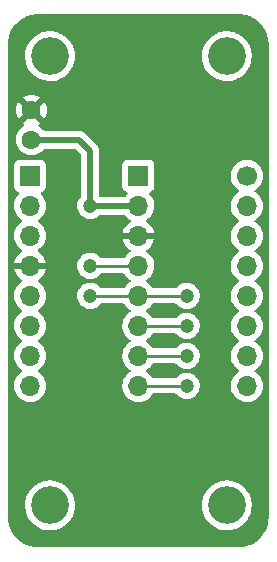
<source format=gbl>
%TF.GenerationSoftware,KiCad,Pcbnew,(6.0.0)*%
%TF.CreationDate,2022-03-13T20:34:54-04:00*%
%TF.ProjectId,JTAG_ISP-HDR,4a544147-5f49-4535-902d-4844522e6b69,v1.0.0*%
%TF.SameCoordinates,PX8924e3cPY3981160*%
%TF.FileFunction,Copper,L2,Bot*%
%TF.FilePolarity,Positive*%
%FSLAX46Y46*%
G04 Gerber Fmt 4.6, Leading zero omitted, Abs format (unit mm)*
G04 Created by KiCad (PCBNEW (6.0.0)) date 2022-03-13 20:34:54*
%MOMM*%
%LPD*%
G01*
G04 APERTURE LIST*
%TA.AperFunction,ComponentPad*%
%ADD10C,3.200001*%
%TD*%
%TA.AperFunction,ComponentPad*%
%ADD11C,1.600000*%
%TD*%
%TA.AperFunction,ComponentPad*%
%ADD12R,1.700000X1.700000*%
%TD*%
%TA.AperFunction,ComponentPad*%
%ADD13O,1.700000X1.700000*%
%TD*%
%TA.AperFunction,ComponentPad*%
%ADD14C,1.700000*%
%TD*%
%TA.AperFunction,ViaPad*%
%ADD15C,1.200000*%
%TD*%
%TA.AperFunction,Conductor*%
%ADD16C,0.508000*%
%TD*%
%TA.AperFunction,Conductor*%
%ADD17C,0.250000*%
%TD*%
G04 APERTURE END LIST*
D10*
%TO.P,REF\u002A\u002A,*%
%TO.N,*%
X5065990Y-5066012D03*
%TD*%
%TO.P,REF\u002A\u002A,*%
%TO.N,*%
X20043988Y-43102432D03*
%TD*%
D11*
%TO.P,C1,1*%
%TO.N,+5V*%
X3500000Y-12150000D03*
%TO.P,C1,2*%
%TO.N,GND*%
X3500000Y-9650000D03*
%TD*%
D10*
%TO.P,REF\u002A\u002A,*%
%TO.N,*%
X5065990Y-43102432D03*
%TD*%
D12*
%TO.P,JTAG1,1,#MCLR*%
%TO.N,unconnected-(JTAG1-Pad1)*%
X12554989Y-15208192D03*
D13*
%TO.P,JTAG1,2,VDD*%
%TO.N,+5V*%
X12554989Y-17748192D03*
%TO.P,JTAG1,3,GND*%
%TO.N,GND*%
X12554989Y-20288192D03*
%TO.P,JTAG1,4,TDO*%
%TO.N,Net-(J1-Pad6)*%
X12554989Y-22828192D03*
%TO.P,JTAG1,5,TCK*%
%TO.N,Net-(J1-Pad8)*%
X12554989Y-25368192D03*
%TO.P,JTAG1,6,#RESET*%
%TO.N,Net-(J2-Pad3)*%
X12554989Y-27908192D03*
%TO.P,JTAG1,7,TDI*%
%TO.N,Net-(J2-Pad5)*%
X12554989Y-30448192D03*
%TO.P,JTAG1,8,TMS*%
%TO.N,Net-(J2-Pad7)*%
X12554989Y-32988192D03*
%TD*%
D10*
%TO.P,REF\u002A\u002A,*%
%TO.N,*%
X20043988Y-5066012D03*
%TD*%
D14*
%TO.P,J2,1,Pin_1*%
%TO.N,Net-(J1-Pad8)*%
X21735989Y-15208192D03*
D13*
%TO.P,J2,2,Pin_2*%
%TO.N,unconnected-(J2-Pad2)*%
X21735989Y-17748192D03*
%TO.P,J2,3,Pin_3*%
%TO.N,Net-(J2-Pad3)*%
X21735989Y-20288192D03*
%TO.P,J2,4,Pin_4*%
%TO.N,unconnected-(J2-Pad4)*%
X21735989Y-22828192D03*
%TO.P,J2,5,Pin_5*%
%TO.N,Net-(J2-Pad5)*%
X21735989Y-25368192D03*
%TO.P,J2,6,Pin_6*%
%TO.N,unconnected-(J2-Pad6)*%
X21735989Y-27908192D03*
%TO.P,J2,7,Pin_7*%
%TO.N,Net-(J2-Pad7)*%
X21735989Y-30448192D03*
%TO.P,J2,8,Pin_8*%
%TO.N,unconnected-(J2-Pad8)*%
X21735989Y-32988192D03*
%TD*%
D12*
%TO.P,J1,1,Pin_1*%
%TO.N,unconnected-(J1-Pad1)*%
X3373989Y-15208192D03*
D13*
%TO.P,J1,2,Pin_2*%
%TO.N,+5V*%
X3373989Y-17748192D03*
%TO.P,J1,3,Pin_3*%
%TO.N,unconnected-(J1-Pad3)*%
X3373989Y-20288192D03*
%TO.P,J1,4,Pin_4*%
%TO.N,GND*%
X3373989Y-22828192D03*
%TO.P,J1,5,Pin_5*%
%TO.N,unconnected-(J1-Pad5)*%
X3373989Y-25368192D03*
%TO.P,J1,6,Pin_6*%
%TO.N,Net-(J1-Pad6)*%
X3373989Y-27908192D03*
%TO.P,J1,7,Pin_7*%
%TO.N,unconnected-(J1-Pad7)*%
X3373989Y-30448192D03*
%TO.P,J1,8,Pin_8*%
%TO.N,Net-(J1-Pad8)*%
X3373989Y-32988192D03*
%TD*%
D15*
%TO.N,+5V*%
X8468228Y-17748192D03*
%TO.N,GND*%
X6493988Y-30402432D03*
%TO.N,Net-(J1-Pad6)*%
X8468228Y-22828192D03*
%TO.N,Net-(J1-Pad8)*%
X8468228Y-25368192D03*
X16641750Y-25368192D03*
%TO.N,Net-(J2-Pad3)*%
X16641750Y-27908192D03*
%TO.N,Net-(J2-Pad5)*%
X16641750Y-30448192D03*
%TO.N,Net-(J2-Pad7)*%
X16641750Y-32988192D03*
%TD*%
D16*
%TO.N,+5V*%
X12554989Y-17748192D02*
X8468228Y-17748192D01*
X7550000Y-12150000D02*
X8468228Y-13068228D01*
X3500000Y-12150000D02*
X7550000Y-12150000D01*
X8468228Y-13068228D02*
X8468228Y-17748192D01*
D17*
%TO.N,Net-(J1-Pad6)*%
X12554989Y-22828192D02*
X8468228Y-22828192D01*
%TO.N,Net-(J1-Pad8)*%
X12554989Y-25368192D02*
X16641750Y-25368192D01*
X12554989Y-25368192D02*
X8468228Y-25368192D01*
%TO.N,Net-(J2-Pad3)*%
X16588228Y-27908192D02*
X16641750Y-27908192D01*
X12554989Y-27908192D02*
X16588228Y-27908192D01*
%TO.N,Net-(J2-Pad5)*%
X12554989Y-30448192D02*
X16641750Y-30448192D01*
%TO.N,Net-(J2-Pad7)*%
X12554989Y-32988192D02*
X16641750Y-32988192D01*
%TD*%
%TA.AperFunction,Conductor*%
%TO.N,GND*%
G36*
X21064045Y-1525512D02*
G01*
X21078846Y-1527817D01*
X21078849Y-1527817D01*
X21087718Y-1529198D01*
X21104887Y-1526953D01*
X21128827Y-1526120D01*
X21386758Y-1541722D01*
X21401862Y-1543556D01*
X21472636Y-1556526D01*
X21682867Y-1595052D01*
X21697629Y-1598690D01*
X21970396Y-1683687D01*
X21984615Y-1689081D01*
X22245128Y-1806328D01*
X22258597Y-1813397D01*
X22503083Y-1961194D01*
X22515605Y-1969837D01*
X22740495Y-2146028D01*
X22751883Y-2156118D01*
X22953882Y-2358117D01*
X22963972Y-2369505D01*
X23140163Y-2594395D01*
X23148806Y-2606917D01*
X23296603Y-2851403D01*
X23303672Y-2864872D01*
X23396056Y-3070141D01*
X23420918Y-3125382D01*
X23426313Y-3139604D01*
X23485135Y-3328369D01*
X23511309Y-3412365D01*
X23514948Y-3427133D01*
X23530194Y-3510325D01*
X23566444Y-3708138D01*
X23568278Y-3723242D01*
X23583443Y-3973941D01*
X23582186Y-4000651D01*
X23582183Y-4000871D01*
X23580802Y-4009742D01*
X23581966Y-4018644D01*
X23581966Y-4018647D01*
X23584924Y-4041263D01*
X23585988Y-4057601D01*
X23585988Y-44103104D01*
X23584488Y-44122488D01*
X23580802Y-44146162D01*
X23582442Y-44158702D01*
X23583047Y-44163329D01*
X23583880Y-44187271D01*
X23568278Y-44445202D01*
X23566444Y-44460306D01*
X23526979Y-44675665D01*
X23514950Y-44741305D01*
X23511310Y-44756073D01*
X23436205Y-44997095D01*
X23426314Y-45028836D01*
X23420919Y-45043059D01*
X23344684Y-45212448D01*
X23303674Y-45303568D01*
X23296603Y-45317041D01*
X23148806Y-45561527D01*
X23140163Y-45574049D01*
X22963972Y-45798939D01*
X22953882Y-45810327D01*
X22751883Y-46012326D01*
X22740495Y-46022416D01*
X22515605Y-46198607D01*
X22503083Y-46207250D01*
X22258597Y-46355047D01*
X22245128Y-46362116D01*
X21984618Y-46479362D01*
X21970396Y-46484757D01*
X21697629Y-46569754D01*
X21682867Y-46573392D01*
X21472636Y-46611918D01*
X21401862Y-46624888D01*
X21386758Y-46626722D01*
X21136059Y-46641887D01*
X21109349Y-46640630D01*
X21109129Y-46640627D01*
X21100258Y-46639246D01*
X21091356Y-46640410D01*
X21091353Y-46640410D01*
X21068737Y-46643368D01*
X21052399Y-46644432D01*
X4065318Y-46644432D01*
X4045933Y-46642932D01*
X4031132Y-46640627D01*
X4031129Y-46640627D01*
X4022260Y-46639246D01*
X4005091Y-46641491D01*
X3981151Y-46642324D01*
X3723220Y-46626722D01*
X3708116Y-46624888D01*
X3637342Y-46611918D01*
X3427111Y-46573392D01*
X3412349Y-46569754D01*
X3139582Y-46484757D01*
X3125360Y-46479362D01*
X2864850Y-46362116D01*
X2851381Y-46355047D01*
X2606895Y-46207250D01*
X2594373Y-46198607D01*
X2369483Y-46022416D01*
X2358095Y-46012326D01*
X2156096Y-45810327D01*
X2146006Y-45798939D01*
X1969815Y-45574049D01*
X1961172Y-45561527D01*
X1813375Y-45317041D01*
X1806304Y-45303568D01*
X1765295Y-45212448D01*
X1689059Y-45043059D01*
X1683664Y-45028836D01*
X1673773Y-44997095D01*
X1598668Y-44756073D01*
X1595028Y-44741305D01*
X1583000Y-44675665D01*
X1543534Y-44460306D01*
X1541700Y-44445202D01*
X1526535Y-44194503D01*
X1527792Y-44167793D01*
X1527795Y-44167573D01*
X1529176Y-44158702D01*
X1527537Y-44146162D01*
X1525054Y-44127181D01*
X1523990Y-44110843D01*
X1523990Y-43080301D01*
X2952679Y-43080301D01*
X2969228Y-43367315D01*
X2970053Y-43371520D01*
X2970054Y-43371528D01*
X3002000Y-43534353D01*
X3024576Y-43649427D01*
X3025963Y-43653477D01*
X3025964Y-43653482D01*
X3116311Y-43917362D01*
X3117700Y-43921418D01*
X3119627Y-43925249D01*
X3241614Y-44167793D01*
X3246875Y-44178254D01*
X3409711Y-44415182D01*
X3412598Y-44418355D01*
X3412599Y-44418356D01*
X3453319Y-44463107D01*
X3603196Y-44627820D01*
X3606491Y-44630575D01*
X3606492Y-44630576D01*
X3756593Y-44756079D01*
X3823749Y-44812230D01*
X4067288Y-44965003D01*
X4329308Y-45083309D01*
X4333427Y-45084529D01*
X4600847Y-45163743D01*
X4600852Y-45163744D01*
X4604960Y-45164961D01*
X4609194Y-45165609D01*
X4609199Y-45165610D01*
X4857801Y-45203651D01*
X4889143Y-45208447D01*
X5035475Y-45210746D01*
X5172307Y-45212896D01*
X5172313Y-45212896D01*
X5176598Y-45212963D01*
X5180850Y-45212448D01*
X5180858Y-45212448D01*
X5457746Y-45178940D01*
X5457751Y-45178939D01*
X5462007Y-45178424D01*
X5740087Y-45105471D01*
X6005694Y-44995453D01*
X6253912Y-44850406D01*
X6480149Y-44673014D01*
X6521275Y-44630576D01*
X6677234Y-44469638D01*
X6680217Y-44466560D01*
X6682750Y-44463112D01*
X6682754Y-44463107D01*
X6847877Y-44238318D01*
X6850415Y-44234863D01*
X6872329Y-44194503D01*
X6985544Y-43985987D01*
X6985545Y-43985985D01*
X6987594Y-43982211D01*
X7089215Y-43713280D01*
X7153397Y-43433045D01*
X7178953Y-43146692D01*
X7179417Y-43102432D01*
X7177908Y-43080301D01*
X17930677Y-43080301D01*
X17947226Y-43367315D01*
X17948051Y-43371520D01*
X17948052Y-43371528D01*
X17979998Y-43534353D01*
X18002574Y-43649427D01*
X18003961Y-43653477D01*
X18003962Y-43653482D01*
X18094309Y-43917362D01*
X18095698Y-43921418D01*
X18097625Y-43925249D01*
X18219612Y-44167793D01*
X18224873Y-44178254D01*
X18387709Y-44415182D01*
X18390596Y-44418355D01*
X18390597Y-44418356D01*
X18431317Y-44463107D01*
X18581194Y-44627820D01*
X18584489Y-44630575D01*
X18584490Y-44630576D01*
X18734591Y-44756079D01*
X18801747Y-44812230D01*
X19045286Y-44965003D01*
X19307306Y-45083309D01*
X19311425Y-45084529D01*
X19578845Y-45163743D01*
X19578850Y-45163744D01*
X19582958Y-45164961D01*
X19587192Y-45165609D01*
X19587197Y-45165610D01*
X19835799Y-45203651D01*
X19867141Y-45208447D01*
X20013473Y-45210746D01*
X20150305Y-45212896D01*
X20150311Y-45212896D01*
X20154596Y-45212963D01*
X20158848Y-45212448D01*
X20158856Y-45212448D01*
X20435744Y-45178940D01*
X20435749Y-45178939D01*
X20440005Y-45178424D01*
X20718085Y-45105471D01*
X20983692Y-44995453D01*
X21231910Y-44850406D01*
X21458147Y-44673014D01*
X21499273Y-44630576D01*
X21655232Y-44469638D01*
X21658215Y-44466560D01*
X21660748Y-44463112D01*
X21660752Y-44463107D01*
X21825875Y-44238318D01*
X21828413Y-44234863D01*
X21850327Y-44194503D01*
X21963542Y-43985987D01*
X21963543Y-43985985D01*
X21965592Y-43982211D01*
X22067213Y-43713280D01*
X22131395Y-43433045D01*
X22156951Y-43146692D01*
X22157415Y-43102432D01*
X22137861Y-42815607D01*
X22133324Y-42793696D01*
X22080431Y-42538287D01*
X22079562Y-42534090D01*
X21983595Y-42263089D01*
X21851738Y-42007620D01*
X21838476Y-41988749D01*
X21688892Y-41775914D01*
X21686429Y-41772409D01*
X21490728Y-41561810D01*
X21268256Y-41379719D01*
X21023130Y-41229505D01*
X21005036Y-41221562D01*
X20763818Y-41115675D01*
X20759886Y-41113949D01*
X20733951Y-41106561D01*
X20487522Y-41036364D01*
X20487523Y-41036364D01*
X20483394Y-41035188D01*
X20270692Y-41004917D01*
X20203024Y-40995286D01*
X20203022Y-40995286D01*
X20198772Y-40994681D01*
X20194483Y-40994659D01*
X20194476Y-40994658D01*
X19915571Y-40993197D01*
X19915564Y-40993197D01*
X19911285Y-40993175D01*
X19907041Y-40993734D01*
X19907037Y-40993734D01*
X19781648Y-41010242D01*
X19626254Y-41030700D01*
X19622114Y-41031833D01*
X19622112Y-41031833D01*
X19545299Y-41052847D01*
X19348952Y-41106561D01*
X19345004Y-41108245D01*
X19088464Y-41217669D01*
X19088460Y-41217671D01*
X19084512Y-41219355D01*
X18959948Y-41293905D01*
X18841509Y-41364789D01*
X18841505Y-41364792D01*
X18837827Y-41366993D01*
X18613460Y-41546745D01*
X18415565Y-41755283D01*
X18247802Y-41988749D01*
X18113276Y-42242824D01*
X18014477Y-42512805D01*
X17953233Y-42793696D01*
X17930677Y-43080301D01*
X7177908Y-43080301D01*
X7159863Y-42815607D01*
X7155326Y-42793696D01*
X7102433Y-42538287D01*
X7101564Y-42534090D01*
X7005597Y-42263089D01*
X6873740Y-42007620D01*
X6860478Y-41988749D01*
X6710894Y-41775914D01*
X6708431Y-41772409D01*
X6512730Y-41561810D01*
X6290258Y-41379719D01*
X6045132Y-41229505D01*
X6027038Y-41221562D01*
X5785820Y-41115675D01*
X5781888Y-41113949D01*
X5755953Y-41106561D01*
X5509524Y-41036364D01*
X5509525Y-41036364D01*
X5505396Y-41035188D01*
X5292694Y-41004917D01*
X5225026Y-40995286D01*
X5225024Y-40995286D01*
X5220774Y-40994681D01*
X5216485Y-40994659D01*
X5216478Y-40994658D01*
X4937573Y-40993197D01*
X4937566Y-40993197D01*
X4933287Y-40993175D01*
X4929043Y-40993734D01*
X4929039Y-40993734D01*
X4803650Y-41010242D01*
X4648256Y-41030700D01*
X4644116Y-41031833D01*
X4644114Y-41031833D01*
X4567301Y-41052847D01*
X4370954Y-41106561D01*
X4367006Y-41108245D01*
X4110466Y-41217669D01*
X4110462Y-41217671D01*
X4106514Y-41219355D01*
X3981950Y-41293905D01*
X3863511Y-41364789D01*
X3863507Y-41364792D01*
X3859829Y-41366993D01*
X3635462Y-41546745D01*
X3437567Y-41755283D01*
X3269804Y-41988749D01*
X3135278Y-42242824D01*
X3036479Y-42512805D01*
X2975235Y-42793696D01*
X2952679Y-43080301D01*
X1523990Y-43080301D01*
X1523990Y-32954887D01*
X2011240Y-32954887D01*
X2011537Y-32960040D01*
X2011537Y-32960043D01*
X2017000Y-33054782D01*
X2024099Y-33177907D01*
X2025236Y-33182953D01*
X2025237Y-33182959D01*
X2039912Y-33248075D01*
X2073211Y-33395831D01*
X2157255Y-33602808D01*
X2176805Y-33634710D01*
X2265268Y-33779069D01*
X2273976Y-33793280D01*
X2420239Y-33962130D01*
X2523947Y-34048230D01*
X2585204Y-34099086D01*
X2592115Y-34104824D01*
X2784989Y-34217530D01*
X2993681Y-34297222D01*
X2998749Y-34298253D01*
X2998752Y-34298254D01*
X3106006Y-34320075D01*
X3212586Y-34341759D01*
X3217761Y-34341949D01*
X3217763Y-34341949D01*
X3430662Y-34349756D01*
X3430666Y-34349756D01*
X3435826Y-34349945D01*
X3440946Y-34349289D01*
X3440948Y-34349289D01*
X3652277Y-34322217D01*
X3652278Y-34322217D01*
X3657405Y-34321560D01*
X3662355Y-34320075D01*
X3866418Y-34258853D01*
X3866423Y-34258851D01*
X3871373Y-34257366D01*
X4071983Y-34159088D01*
X4253849Y-34029365D01*
X4280937Y-34002372D01*
X4408424Y-33875329D01*
X4412085Y-33871681D01*
X4422954Y-33856556D01*
X4539424Y-33694469D01*
X4542442Y-33690269D01*
X4546134Y-33682800D01*
X4639125Y-33494645D01*
X4639126Y-33494643D01*
X4641419Y-33490003D01*
X4706359Y-33276261D01*
X4735518Y-33054782D01*
X4735632Y-33050129D01*
X4737063Y-32991557D01*
X4737063Y-32991553D01*
X4737145Y-32988192D01*
X4718841Y-32765553D01*
X4664420Y-32548894D01*
X4575343Y-32344032D01*
X4454003Y-32156469D01*
X4303659Y-31991243D01*
X4299608Y-31988044D01*
X4299604Y-31988040D01*
X4132403Y-31855992D01*
X4132399Y-31855990D01*
X4128348Y-31852790D01*
X4087042Y-31829988D01*
X4037073Y-31779556D01*
X4022301Y-31710113D01*
X4047417Y-31643708D01*
X4074769Y-31617101D01*
X4118592Y-31585842D01*
X4253849Y-31489365D01*
X4280937Y-31462372D01*
X4408424Y-31335329D01*
X4412085Y-31331681D01*
X4422954Y-31316556D01*
X4539424Y-31154469D01*
X4542442Y-31150269D01*
X4546134Y-31142800D01*
X4639125Y-30954645D01*
X4639126Y-30954643D01*
X4641419Y-30950003D01*
X4706359Y-30736261D01*
X4735518Y-30514782D01*
X4735632Y-30510129D01*
X4737063Y-30451557D01*
X4737063Y-30451553D01*
X4737145Y-30448192D01*
X4718841Y-30225553D01*
X4664420Y-30008894D01*
X4575343Y-29804032D01*
X4454003Y-29616469D01*
X4303659Y-29451243D01*
X4299608Y-29448044D01*
X4299604Y-29448040D01*
X4132403Y-29315992D01*
X4132399Y-29315990D01*
X4128348Y-29312790D01*
X4087042Y-29289988D01*
X4037073Y-29239556D01*
X4022301Y-29170113D01*
X4047417Y-29103708D01*
X4074769Y-29077101D01*
X4118592Y-29045842D01*
X4253849Y-28949365D01*
X4280937Y-28922372D01*
X4408424Y-28795329D01*
X4412085Y-28791681D01*
X4422954Y-28776556D01*
X4539424Y-28614469D01*
X4542442Y-28610269D01*
X4546134Y-28602800D01*
X4639125Y-28414645D01*
X4639126Y-28414643D01*
X4641419Y-28410003D01*
X4706359Y-28196261D01*
X4735518Y-27974782D01*
X4735632Y-27970129D01*
X4737063Y-27911557D01*
X4737063Y-27911553D01*
X4737145Y-27908192D01*
X4718841Y-27685553D01*
X4664420Y-27468894D01*
X4575343Y-27264032D01*
X4454003Y-27076469D01*
X4303659Y-26911243D01*
X4299608Y-26908044D01*
X4299604Y-26908040D01*
X4132403Y-26775992D01*
X4132399Y-26775990D01*
X4128348Y-26772790D01*
X4087042Y-26749988D01*
X4037073Y-26699556D01*
X4022301Y-26630113D01*
X4047417Y-26563708D01*
X4074769Y-26537101D01*
X4118592Y-26505842D01*
X4253849Y-26409365D01*
X4280937Y-26382372D01*
X4408424Y-26255329D01*
X4412085Y-26251681D01*
X4422954Y-26236556D01*
X4539424Y-26074469D01*
X4542442Y-26070269D01*
X4546134Y-26062800D01*
X4639125Y-25874645D01*
X4639126Y-25874643D01*
X4641419Y-25870003D01*
X4706359Y-25656261D01*
X4735518Y-25434782D01*
X4735632Y-25430129D01*
X4737063Y-25371557D01*
X4737063Y-25371553D01*
X4737145Y-25368192D01*
X4734749Y-25339051D01*
X7355360Y-25339051D01*
X7368685Y-25542343D01*
X7418833Y-25739802D01*
X7504126Y-25924816D01*
X7621707Y-26091189D01*
X7767638Y-26233349D01*
X7772434Y-26236554D01*
X7772437Y-26236556D01*
X7800533Y-26255329D01*
X7937031Y-26346534D01*
X7942334Y-26348812D01*
X7942337Y-26348814D01*
X8083273Y-26409365D01*
X8124215Y-26426955D01*
X8197045Y-26443435D01*
X8317283Y-26470642D01*
X8317288Y-26470643D01*
X8322920Y-26471917D01*
X8328691Y-26472144D01*
X8328693Y-26472144D01*
X8391698Y-26474619D01*
X8526491Y-26479915D01*
X8728111Y-26450682D01*
X8733575Y-26448827D01*
X8733580Y-26448826D01*
X8915555Y-26387054D01*
X8915560Y-26387052D01*
X8921027Y-26385196D01*
X9098779Y-26285650D01*
X9255414Y-26155378D01*
X9305450Y-26095216D01*
X9345449Y-26047123D01*
X9404387Y-26007539D01*
X9442323Y-26001692D01*
X11279263Y-26001692D01*
X11347384Y-26021694D01*
X11386696Y-26061857D01*
X11454976Y-26173280D01*
X11601239Y-26342130D01*
X11704947Y-26428230D01*
X11766204Y-26479086D01*
X11773115Y-26484824D01*
X11843584Y-26526003D01*
X11846434Y-26527668D01*
X11895158Y-26579306D01*
X11908229Y-26649089D01*
X11881498Y-26714861D01*
X11841044Y-26748219D01*
X11828596Y-26754699D01*
X11824463Y-26757802D01*
X11824460Y-26757804D01*
X11715438Y-26839660D01*
X11649954Y-26888827D01*
X11646382Y-26892565D01*
X11519832Y-27024992D01*
X11495618Y-27050330D01*
X11369732Y-27234872D01*
X11275677Y-27437497D01*
X11215978Y-27652762D01*
X11192240Y-27874887D01*
X11192537Y-27880040D01*
X11192537Y-27880043D01*
X11198000Y-27974782D01*
X11205099Y-28097907D01*
X11206236Y-28102953D01*
X11206237Y-28102959D01*
X11220912Y-28168075D01*
X11254211Y-28315831D01*
X11338255Y-28522808D01*
X11357805Y-28554710D01*
X11446268Y-28699069D01*
X11454976Y-28713280D01*
X11601239Y-28882130D01*
X11704947Y-28968230D01*
X11766204Y-29019086D01*
X11773115Y-29024824D01*
X11843584Y-29066003D01*
X11846434Y-29067668D01*
X11895158Y-29119306D01*
X11908229Y-29189089D01*
X11881498Y-29254861D01*
X11841044Y-29288219D01*
X11828596Y-29294699D01*
X11824463Y-29297802D01*
X11824460Y-29297804D01*
X11715438Y-29379660D01*
X11649954Y-29428827D01*
X11646382Y-29432565D01*
X11519832Y-29564992D01*
X11495618Y-29590330D01*
X11369732Y-29774872D01*
X11275677Y-29977497D01*
X11215978Y-30192762D01*
X11192240Y-30414887D01*
X11192537Y-30420040D01*
X11192537Y-30420043D01*
X11198000Y-30514782D01*
X11205099Y-30637907D01*
X11206236Y-30642953D01*
X11206237Y-30642959D01*
X11220912Y-30708075D01*
X11254211Y-30855831D01*
X11338255Y-31062808D01*
X11357805Y-31094710D01*
X11446268Y-31239069D01*
X11454976Y-31253280D01*
X11601239Y-31422130D01*
X11704947Y-31508230D01*
X11766204Y-31559086D01*
X11773115Y-31564824D01*
X11843584Y-31606003D01*
X11846434Y-31607668D01*
X11895158Y-31659306D01*
X11908229Y-31729089D01*
X11881498Y-31794861D01*
X11841044Y-31828219D01*
X11828596Y-31834699D01*
X11824463Y-31837802D01*
X11824460Y-31837804D01*
X11715438Y-31919660D01*
X11649954Y-31968827D01*
X11646382Y-31972565D01*
X11519832Y-32104992D01*
X11495618Y-32130330D01*
X11369732Y-32314872D01*
X11275677Y-32517497D01*
X11215978Y-32732762D01*
X11192240Y-32954887D01*
X11192537Y-32960040D01*
X11192537Y-32960043D01*
X11198000Y-33054782D01*
X11205099Y-33177907D01*
X11206236Y-33182953D01*
X11206237Y-33182959D01*
X11220912Y-33248075D01*
X11254211Y-33395831D01*
X11338255Y-33602808D01*
X11357805Y-33634710D01*
X11446268Y-33779069D01*
X11454976Y-33793280D01*
X11601239Y-33962130D01*
X11704947Y-34048230D01*
X11766204Y-34099086D01*
X11773115Y-34104824D01*
X11965989Y-34217530D01*
X12174681Y-34297222D01*
X12179749Y-34298253D01*
X12179752Y-34298254D01*
X12287006Y-34320075D01*
X12393586Y-34341759D01*
X12398761Y-34341949D01*
X12398763Y-34341949D01*
X12611662Y-34349756D01*
X12611666Y-34349756D01*
X12616826Y-34349945D01*
X12621946Y-34349289D01*
X12621948Y-34349289D01*
X12833277Y-34322217D01*
X12833278Y-34322217D01*
X12838405Y-34321560D01*
X12843355Y-34320075D01*
X13047418Y-34258853D01*
X13047423Y-34258851D01*
X13052373Y-34257366D01*
X13252983Y-34159088D01*
X13434849Y-34029365D01*
X13461937Y-34002372D01*
X13589424Y-33875329D01*
X13593085Y-33871681D01*
X13603954Y-33856556D01*
X13720424Y-33694469D01*
X13723442Y-33690269D01*
X13725735Y-33685629D01*
X13727435Y-33682800D01*
X13779663Y-33634710D01*
X13835440Y-33621692D01*
X15666736Y-33621692D01*
X15734857Y-33641694D01*
X15769632Y-33674971D01*
X15791895Y-33706472D01*
X15795229Y-33711189D01*
X15941160Y-33853349D01*
X15945956Y-33856554D01*
X15945959Y-33856556D01*
X15974055Y-33875329D01*
X16110553Y-33966534D01*
X16115856Y-33968812D01*
X16115859Y-33968814D01*
X16256795Y-34029365D01*
X16297737Y-34046955D01*
X16370567Y-34063435D01*
X16490805Y-34090642D01*
X16490810Y-34090643D01*
X16496442Y-34091917D01*
X16502213Y-34092144D01*
X16502215Y-34092144D01*
X16565220Y-34094619D01*
X16700013Y-34099915D01*
X16901633Y-34070682D01*
X16907097Y-34068827D01*
X16907102Y-34068826D01*
X17089077Y-34007054D01*
X17089082Y-34007052D01*
X17094549Y-34005196D01*
X17272301Y-33905650D01*
X17428936Y-33775378D01*
X17559208Y-33618743D01*
X17658754Y-33440991D01*
X17660610Y-33435524D01*
X17660612Y-33435519D01*
X17722384Y-33253544D01*
X17722385Y-33253539D01*
X17724240Y-33248075D01*
X17753473Y-33046455D01*
X17754999Y-32988192D01*
X17751939Y-32954887D01*
X20373240Y-32954887D01*
X20373537Y-32960040D01*
X20373537Y-32960043D01*
X20379000Y-33054782D01*
X20386099Y-33177907D01*
X20387236Y-33182953D01*
X20387237Y-33182959D01*
X20401912Y-33248075D01*
X20435211Y-33395831D01*
X20519255Y-33602808D01*
X20538805Y-33634710D01*
X20627268Y-33779069D01*
X20635976Y-33793280D01*
X20782239Y-33962130D01*
X20885947Y-34048230D01*
X20947204Y-34099086D01*
X20954115Y-34104824D01*
X21146989Y-34217530D01*
X21355681Y-34297222D01*
X21360749Y-34298253D01*
X21360752Y-34298254D01*
X21468006Y-34320075D01*
X21574586Y-34341759D01*
X21579761Y-34341949D01*
X21579763Y-34341949D01*
X21792662Y-34349756D01*
X21792666Y-34349756D01*
X21797826Y-34349945D01*
X21802946Y-34349289D01*
X21802948Y-34349289D01*
X22014277Y-34322217D01*
X22014278Y-34322217D01*
X22019405Y-34321560D01*
X22024355Y-34320075D01*
X22228418Y-34258853D01*
X22228423Y-34258851D01*
X22233373Y-34257366D01*
X22433983Y-34159088D01*
X22615849Y-34029365D01*
X22642937Y-34002372D01*
X22770424Y-33875329D01*
X22774085Y-33871681D01*
X22784954Y-33856556D01*
X22901424Y-33694469D01*
X22904442Y-33690269D01*
X22908134Y-33682800D01*
X23001125Y-33494645D01*
X23001126Y-33494643D01*
X23003419Y-33490003D01*
X23068359Y-33276261D01*
X23097518Y-33054782D01*
X23097632Y-33050129D01*
X23099063Y-32991557D01*
X23099063Y-32991553D01*
X23099145Y-32988192D01*
X23080841Y-32765553D01*
X23026420Y-32548894D01*
X22937343Y-32344032D01*
X22816003Y-32156469D01*
X22665659Y-31991243D01*
X22661608Y-31988044D01*
X22661604Y-31988040D01*
X22494403Y-31855992D01*
X22494399Y-31855990D01*
X22490348Y-31852790D01*
X22449042Y-31829988D01*
X22399073Y-31779556D01*
X22384301Y-31710113D01*
X22409417Y-31643708D01*
X22436769Y-31617101D01*
X22480592Y-31585842D01*
X22615849Y-31489365D01*
X22642937Y-31462372D01*
X22770424Y-31335329D01*
X22774085Y-31331681D01*
X22784954Y-31316556D01*
X22901424Y-31154469D01*
X22904442Y-31150269D01*
X22908134Y-31142800D01*
X23001125Y-30954645D01*
X23001126Y-30954643D01*
X23003419Y-30950003D01*
X23068359Y-30736261D01*
X23097518Y-30514782D01*
X23097632Y-30510129D01*
X23099063Y-30451557D01*
X23099063Y-30451553D01*
X23099145Y-30448192D01*
X23080841Y-30225553D01*
X23026420Y-30008894D01*
X22937343Y-29804032D01*
X22816003Y-29616469D01*
X22665659Y-29451243D01*
X22661608Y-29448044D01*
X22661604Y-29448040D01*
X22494403Y-29315992D01*
X22494399Y-29315990D01*
X22490348Y-29312790D01*
X22449042Y-29289988D01*
X22399073Y-29239556D01*
X22384301Y-29170113D01*
X22409417Y-29103708D01*
X22436769Y-29077101D01*
X22480592Y-29045842D01*
X22615849Y-28949365D01*
X22642937Y-28922372D01*
X22770424Y-28795329D01*
X22774085Y-28791681D01*
X22784954Y-28776556D01*
X22901424Y-28614469D01*
X22904442Y-28610269D01*
X22908134Y-28602800D01*
X23001125Y-28414645D01*
X23001126Y-28414643D01*
X23003419Y-28410003D01*
X23068359Y-28196261D01*
X23097518Y-27974782D01*
X23097632Y-27970129D01*
X23099063Y-27911557D01*
X23099063Y-27911553D01*
X23099145Y-27908192D01*
X23080841Y-27685553D01*
X23026420Y-27468894D01*
X22937343Y-27264032D01*
X22816003Y-27076469D01*
X22665659Y-26911243D01*
X22661608Y-26908044D01*
X22661604Y-26908040D01*
X22494403Y-26775992D01*
X22494399Y-26775990D01*
X22490348Y-26772790D01*
X22449042Y-26749988D01*
X22399073Y-26699556D01*
X22384301Y-26630113D01*
X22409417Y-26563708D01*
X22436769Y-26537101D01*
X22480592Y-26505842D01*
X22615849Y-26409365D01*
X22642937Y-26382372D01*
X22770424Y-26255329D01*
X22774085Y-26251681D01*
X22784954Y-26236556D01*
X22901424Y-26074469D01*
X22904442Y-26070269D01*
X22908134Y-26062800D01*
X23001125Y-25874645D01*
X23001126Y-25874643D01*
X23003419Y-25870003D01*
X23068359Y-25656261D01*
X23097518Y-25434782D01*
X23097632Y-25430129D01*
X23099063Y-25371557D01*
X23099063Y-25371553D01*
X23099145Y-25368192D01*
X23080841Y-25145553D01*
X23026420Y-24928894D01*
X22937343Y-24724032D01*
X22816003Y-24536469D01*
X22665659Y-24371243D01*
X22661608Y-24368044D01*
X22661604Y-24368040D01*
X22494403Y-24235992D01*
X22494399Y-24235990D01*
X22490348Y-24232790D01*
X22449042Y-24209988D01*
X22399073Y-24159556D01*
X22384301Y-24090113D01*
X22409417Y-24023708D01*
X22436769Y-23997101D01*
X22480592Y-23965842D01*
X22615849Y-23869365D01*
X22642937Y-23842372D01*
X22770424Y-23715329D01*
X22774085Y-23711681D01*
X22784954Y-23696556D01*
X22901424Y-23534469D01*
X22904442Y-23530269D01*
X22908600Y-23521857D01*
X23001125Y-23334645D01*
X23001126Y-23334643D01*
X23003419Y-23330003D01*
X23068359Y-23116261D01*
X23097518Y-22894782D01*
X23099145Y-22828192D01*
X23080841Y-22605553D01*
X23026420Y-22388894D01*
X22937343Y-22184032D01*
X22816003Y-21996469D01*
X22665659Y-21831243D01*
X22661608Y-21828044D01*
X22661604Y-21828040D01*
X22494403Y-21695992D01*
X22494399Y-21695990D01*
X22490348Y-21692790D01*
X22449042Y-21669988D01*
X22399073Y-21619556D01*
X22384301Y-21550113D01*
X22409417Y-21483708D01*
X22436769Y-21457101D01*
X22480592Y-21425842D01*
X22615849Y-21329365D01*
X22774085Y-21171681D01*
X22833583Y-21088881D01*
X22901424Y-20994469D01*
X22904442Y-20990269D01*
X23003419Y-20790003D01*
X23068359Y-20576261D01*
X23097518Y-20354782D01*
X23099145Y-20288192D01*
X23080841Y-20065553D01*
X23026420Y-19848894D01*
X22937343Y-19644032D01*
X22816003Y-19456469D01*
X22665659Y-19291243D01*
X22661608Y-19288044D01*
X22661604Y-19288040D01*
X22494403Y-19155992D01*
X22494399Y-19155990D01*
X22490348Y-19152790D01*
X22449042Y-19129988D01*
X22399073Y-19079556D01*
X22384301Y-19010113D01*
X22409417Y-18943708D01*
X22436769Y-18917101D01*
X22480592Y-18885842D01*
X22615849Y-18789365D01*
X22642937Y-18762372D01*
X22770424Y-18635329D01*
X22774085Y-18631681D01*
X22784954Y-18616556D01*
X22901424Y-18454469D01*
X22904442Y-18450269D01*
X23003419Y-18250003D01*
X23068359Y-18036261D01*
X23097518Y-17814782D01*
X23099145Y-17748192D01*
X23080841Y-17525553D01*
X23026420Y-17308894D01*
X22937343Y-17104032D01*
X22861251Y-16986412D01*
X22818811Y-16920809D01*
X22818809Y-16920806D01*
X22816003Y-16916469D01*
X22665659Y-16751243D01*
X22661608Y-16748044D01*
X22661604Y-16748040D01*
X22494403Y-16615992D01*
X22494399Y-16615990D01*
X22490348Y-16612790D01*
X22449042Y-16589988D01*
X22399073Y-16539556D01*
X22384301Y-16470113D01*
X22409417Y-16403708D01*
X22436769Y-16377101D01*
X22480592Y-16345842D01*
X22615849Y-16249365D01*
X22774085Y-16091681D01*
X22833583Y-16008881D01*
X22901424Y-15914469D01*
X22904442Y-15910269D01*
X23003419Y-15710003D01*
X23068359Y-15496261D01*
X23097518Y-15274782D01*
X23099145Y-15208192D01*
X23080841Y-14985553D01*
X23026420Y-14768894D01*
X22937343Y-14564032D01*
X22816003Y-14376469D01*
X22665659Y-14211243D01*
X22661608Y-14208044D01*
X22661604Y-14208040D01*
X22494403Y-14075992D01*
X22494399Y-14075990D01*
X22490348Y-14072790D01*
X22294778Y-13964830D01*
X22289909Y-13963106D01*
X22289905Y-13963104D01*
X22089076Y-13891987D01*
X22089072Y-13891986D01*
X22084201Y-13890261D01*
X22079108Y-13889354D01*
X22079105Y-13889353D01*
X21869362Y-13851992D01*
X21869356Y-13851991D01*
X21864273Y-13851086D01*
X21790441Y-13850184D01*
X21646070Y-13848420D01*
X21646068Y-13848420D01*
X21640900Y-13848357D01*
X21420080Y-13882147D01*
X21207745Y-13951549D01*
X21009596Y-14054699D01*
X21005463Y-14057802D01*
X21005460Y-14057804D01*
X20835089Y-14185722D01*
X20830954Y-14188827D01*
X20676618Y-14350330D01*
X20550732Y-14534872D01*
X20456677Y-14737497D01*
X20396978Y-14952762D01*
X20373240Y-15174887D01*
X20373537Y-15180040D01*
X20373537Y-15180043D01*
X20379000Y-15274782D01*
X20386099Y-15397907D01*
X20387236Y-15402953D01*
X20387237Y-15402959D01*
X20407108Y-15491131D01*
X20435211Y-15615831D01*
X20519255Y-15822808D01*
X20635976Y-16013280D01*
X20782239Y-16182130D01*
X20954115Y-16324824D01*
X21024584Y-16366003D01*
X21027434Y-16367668D01*
X21076158Y-16419306D01*
X21089229Y-16489089D01*
X21062498Y-16554861D01*
X21022044Y-16588219D01*
X21009596Y-16594699D01*
X21005463Y-16597802D01*
X21005460Y-16597804D01*
X20881556Y-16690834D01*
X20830954Y-16728827D01*
X20676618Y-16890330D01*
X20673704Y-16894602D01*
X20673703Y-16894603D01*
X20641099Y-16942399D01*
X20550732Y-17074872D01*
X20456677Y-17277497D01*
X20396978Y-17492762D01*
X20373240Y-17714887D01*
X20373537Y-17720040D01*
X20373537Y-17720043D01*
X20379000Y-17814782D01*
X20386099Y-17937907D01*
X20387236Y-17942953D01*
X20387237Y-17942959D01*
X20407108Y-18031131D01*
X20435211Y-18155831D01*
X20519255Y-18362808D01*
X20521954Y-18367212D01*
X20627727Y-18539818D01*
X20635976Y-18553280D01*
X20782239Y-18722130D01*
X20885947Y-18808230D01*
X20947204Y-18859086D01*
X20954115Y-18864824D01*
X21024584Y-18906003D01*
X21027434Y-18907668D01*
X21076158Y-18959306D01*
X21089229Y-19029089D01*
X21062498Y-19094861D01*
X21022044Y-19128219D01*
X21009596Y-19134699D01*
X21005463Y-19137802D01*
X21005460Y-19137804D01*
X20981236Y-19155992D01*
X20830954Y-19268827D01*
X20676618Y-19430330D01*
X20673704Y-19434602D01*
X20673703Y-19434603D01*
X20661393Y-19452649D01*
X20550732Y-19614872D01*
X20456677Y-19817497D01*
X20396978Y-20032762D01*
X20373240Y-20254887D01*
X20373537Y-20260040D01*
X20373537Y-20260043D01*
X20379000Y-20354782D01*
X20386099Y-20477907D01*
X20387236Y-20482953D01*
X20387237Y-20482959D01*
X20400586Y-20542192D01*
X20435211Y-20695831D01*
X20519255Y-20902808D01*
X20635976Y-21093280D01*
X20782239Y-21262130D01*
X20954115Y-21404824D01*
X21024584Y-21446003D01*
X21027434Y-21447668D01*
X21076158Y-21499306D01*
X21089229Y-21569089D01*
X21062498Y-21634861D01*
X21022044Y-21668219D01*
X21009596Y-21674699D01*
X21005463Y-21677802D01*
X21005460Y-21677804D01*
X20896438Y-21759660D01*
X20830954Y-21808827D01*
X20827382Y-21812565D01*
X20700832Y-21944992D01*
X20676618Y-21970330D01*
X20673704Y-21974602D01*
X20673703Y-21974603D01*
X20661393Y-21992649D01*
X20550732Y-22154872D01*
X20456677Y-22357497D01*
X20396978Y-22572762D01*
X20373240Y-22794887D01*
X20373537Y-22800040D01*
X20373537Y-22800043D01*
X20379000Y-22894782D01*
X20386099Y-23017907D01*
X20387236Y-23022953D01*
X20387237Y-23022959D01*
X20400586Y-23082192D01*
X20435211Y-23235831D01*
X20519255Y-23442808D01*
X20521954Y-23447212D01*
X20633280Y-23628880D01*
X20635976Y-23633280D01*
X20782239Y-23802130D01*
X20885947Y-23888230D01*
X20947204Y-23939086D01*
X20954115Y-23944824D01*
X21024584Y-23986003D01*
X21027434Y-23987668D01*
X21076158Y-24039306D01*
X21089229Y-24109089D01*
X21062498Y-24174861D01*
X21022044Y-24208219D01*
X21009596Y-24214699D01*
X21005463Y-24217802D01*
X21005460Y-24217804D01*
X20896438Y-24299660D01*
X20830954Y-24348827D01*
X20827382Y-24352565D01*
X20700832Y-24484992D01*
X20676618Y-24510330D01*
X20550732Y-24694872D01*
X20456677Y-24897497D01*
X20396978Y-25112762D01*
X20373240Y-25334887D01*
X20373537Y-25340040D01*
X20373537Y-25340043D01*
X20379000Y-25434782D01*
X20386099Y-25557907D01*
X20387236Y-25562953D01*
X20387237Y-25562959D01*
X20401912Y-25628075D01*
X20435211Y-25775831D01*
X20519255Y-25982808D01*
X20534410Y-26007539D01*
X20633280Y-26168880D01*
X20635976Y-26173280D01*
X20782239Y-26342130D01*
X20885947Y-26428230D01*
X20947204Y-26479086D01*
X20954115Y-26484824D01*
X21024584Y-26526003D01*
X21027434Y-26527668D01*
X21076158Y-26579306D01*
X21089229Y-26649089D01*
X21062498Y-26714861D01*
X21022044Y-26748219D01*
X21009596Y-26754699D01*
X21005463Y-26757802D01*
X21005460Y-26757804D01*
X20896438Y-26839660D01*
X20830954Y-26888827D01*
X20827382Y-26892565D01*
X20700832Y-27024992D01*
X20676618Y-27050330D01*
X20550732Y-27234872D01*
X20456677Y-27437497D01*
X20396978Y-27652762D01*
X20373240Y-27874887D01*
X20373537Y-27880040D01*
X20373537Y-27880043D01*
X20379000Y-27974782D01*
X20386099Y-28097907D01*
X20387236Y-28102953D01*
X20387237Y-28102959D01*
X20401912Y-28168075D01*
X20435211Y-28315831D01*
X20519255Y-28522808D01*
X20538805Y-28554710D01*
X20627268Y-28699069D01*
X20635976Y-28713280D01*
X20782239Y-28882130D01*
X20885947Y-28968230D01*
X20947204Y-29019086D01*
X20954115Y-29024824D01*
X21024584Y-29066003D01*
X21027434Y-29067668D01*
X21076158Y-29119306D01*
X21089229Y-29189089D01*
X21062498Y-29254861D01*
X21022044Y-29288219D01*
X21009596Y-29294699D01*
X21005463Y-29297802D01*
X21005460Y-29297804D01*
X20896438Y-29379660D01*
X20830954Y-29428827D01*
X20827382Y-29432565D01*
X20700832Y-29564992D01*
X20676618Y-29590330D01*
X20550732Y-29774872D01*
X20456677Y-29977497D01*
X20396978Y-30192762D01*
X20373240Y-30414887D01*
X20373537Y-30420040D01*
X20373537Y-30420043D01*
X20379000Y-30514782D01*
X20386099Y-30637907D01*
X20387236Y-30642953D01*
X20387237Y-30642959D01*
X20401912Y-30708075D01*
X20435211Y-30855831D01*
X20519255Y-31062808D01*
X20538805Y-31094710D01*
X20627268Y-31239069D01*
X20635976Y-31253280D01*
X20782239Y-31422130D01*
X20885947Y-31508230D01*
X20947204Y-31559086D01*
X20954115Y-31564824D01*
X21024584Y-31606003D01*
X21027434Y-31607668D01*
X21076158Y-31659306D01*
X21089229Y-31729089D01*
X21062498Y-31794861D01*
X21022044Y-31828219D01*
X21009596Y-31834699D01*
X21005463Y-31837802D01*
X21005460Y-31837804D01*
X20896438Y-31919660D01*
X20830954Y-31968827D01*
X20827382Y-31972565D01*
X20700832Y-32104992D01*
X20676618Y-32130330D01*
X20550732Y-32314872D01*
X20456677Y-32517497D01*
X20396978Y-32732762D01*
X20373240Y-32954887D01*
X17751939Y-32954887D01*
X17736358Y-32785318D01*
X17722984Y-32737899D01*
X17682625Y-32594798D01*
X17682624Y-32594796D01*
X17681057Y-32589239D01*
X17661162Y-32548894D01*
X17593506Y-32411702D01*
X17590951Y-32406521D01*
X17469055Y-32243283D01*
X17351486Y-32134603D01*
X17323693Y-32108911D01*
X17323690Y-32108909D01*
X17319453Y-32104992D01*
X17273425Y-32075951D01*
X17152038Y-31999361D01*
X17152033Y-31999359D01*
X17147154Y-31996280D01*
X16957930Y-31920787D01*
X16758116Y-31881041D01*
X16752342Y-31880965D01*
X16752338Y-31880965D01*
X16649202Y-31879616D01*
X16554405Y-31878375D01*
X16548708Y-31879354D01*
X16548707Y-31879354D01*
X16359317Y-31911897D01*
X16353620Y-31912876D01*
X16162484Y-31983390D01*
X15987399Y-32087555D01*
X15834228Y-32221882D01*
X15830656Y-32226413D01*
X15767364Y-32306698D01*
X15709482Y-32347811D01*
X15668414Y-32354692D01*
X13831794Y-32354692D01*
X13763673Y-32334690D01*
X13726002Y-32297132D01*
X13637811Y-32160809D01*
X13637809Y-32160806D01*
X13635003Y-32156469D01*
X13484659Y-31991243D01*
X13480608Y-31988044D01*
X13480604Y-31988040D01*
X13313403Y-31855992D01*
X13313399Y-31855990D01*
X13309348Y-31852790D01*
X13268042Y-31829988D01*
X13218073Y-31779556D01*
X13203301Y-31710113D01*
X13228417Y-31643708D01*
X13255769Y-31617101D01*
X13299592Y-31585842D01*
X13434849Y-31489365D01*
X13461937Y-31462372D01*
X13589424Y-31335329D01*
X13593085Y-31331681D01*
X13603954Y-31316556D01*
X13720424Y-31154469D01*
X13723442Y-31150269D01*
X13725735Y-31145629D01*
X13727435Y-31142800D01*
X13779663Y-31094710D01*
X13835440Y-31081692D01*
X15666736Y-31081692D01*
X15734857Y-31101694D01*
X15769632Y-31134971D01*
X15791895Y-31166472D01*
X15795229Y-31171189D01*
X15941160Y-31313349D01*
X15945956Y-31316554D01*
X15945959Y-31316556D01*
X15974055Y-31335329D01*
X16110553Y-31426534D01*
X16115856Y-31428812D01*
X16115859Y-31428814D01*
X16256795Y-31489365D01*
X16297737Y-31506955D01*
X16370567Y-31523435D01*
X16490805Y-31550642D01*
X16490810Y-31550643D01*
X16496442Y-31551917D01*
X16502213Y-31552144D01*
X16502215Y-31552144D01*
X16565220Y-31554619D01*
X16700013Y-31559915D01*
X16901633Y-31530682D01*
X16907097Y-31528827D01*
X16907102Y-31528826D01*
X17089077Y-31467054D01*
X17089082Y-31467052D01*
X17094549Y-31465196D01*
X17272301Y-31365650D01*
X17428936Y-31235378D01*
X17559208Y-31078743D01*
X17658754Y-30900991D01*
X17660610Y-30895524D01*
X17660612Y-30895519D01*
X17722384Y-30713544D01*
X17722385Y-30713539D01*
X17724240Y-30708075D01*
X17753473Y-30506455D01*
X17754999Y-30448192D01*
X17736358Y-30245318D01*
X17722984Y-30197899D01*
X17682625Y-30054798D01*
X17682624Y-30054796D01*
X17681057Y-30049239D01*
X17661162Y-30008894D01*
X17593506Y-29871702D01*
X17590951Y-29866521D01*
X17469055Y-29703283D01*
X17351486Y-29594603D01*
X17323693Y-29568911D01*
X17323690Y-29568909D01*
X17319453Y-29564992D01*
X17273425Y-29535951D01*
X17152038Y-29459361D01*
X17152033Y-29459359D01*
X17147154Y-29456280D01*
X16957930Y-29380787D01*
X16758116Y-29341041D01*
X16752342Y-29340965D01*
X16752338Y-29340965D01*
X16649202Y-29339616D01*
X16554405Y-29338375D01*
X16548708Y-29339354D01*
X16548707Y-29339354D01*
X16359317Y-29371897D01*
X16353620Y-29372876D01*
X16162484Y-29443390D01*
X15987399Y-29547555D01*
X15834228Y-29681882D01*
X15830656Y-29686413D01*
X15767364Y-29766698D01*
X15709482Y-29807811D01*
X15668414Y-29814692D01*
X13831794Y-29814692D01*
X13763673Y-29794690D01*
X13726002Y-29757132D01*
X13637811Y-29620809D01*
X13637809Y-29620806D01*
X13635003Y-29616469D01*
X13484659Y-29451243D01*
X13480608Y-29448044D01*
X13480604Y-29448040D01*
X13313403Y-29315992D01*
X13313399Y-29315990D01*
X13309348Y-29312790D01*
X13268042Y-29289988D01*
X13218073Y-29239556D01*
X13203301Y-29170113D01*
X13228417Y-29103708D01*
X13255769Y-29077101D01*
X13299592Y-29045842D01*
X13434849Y-28949365D01*
X13461937Y-28922372D01*
X13589424Y-28795329D01*
X13593085Y-28791681D01*
X13603954Y-28776556D01*
X13720424Y-28614469D01*
X13723442Y-28610269D01*
X13725735Y-28605629D01*
X13727435Y-28602800D01*
X13779663Y-28554710D01*
X13835440Y-28541692D01*
X15666736Y-28541692D01*
X15734857Y-28561694D01*
X15769632Y-28594971D01*
X15791895Y-28626472D01*
X15795229Y-28631189D01*
X15941160Y-28773349D01*
X15945956Y-28776554D01*
X15945959Y-28776556D01*
X15974055Y-28795329D01*
X16110553Y-28886534D01*
X16115856Y-28888812D01*
X16115859Y-28888814D01*
X16256795Y-28949365D01*
X16297737Y-28966955D01*
X16370567Y-28983435D01*
X16490805Y-29010642D01*
X16490810Y-29010643D01*
X16496442Y-29011917D01*
X16502213Y-29012144D01*
X16502215Y-29012144D01*
X16565220Y-29014619D01*
X16700013Y-29019915D01*
X16901633Y-28990682D01*
X16907097Y-28988827D01*
X16907102Y-28988826D01*
X17089077Y-28927054D01*
X17089082Y-28927052D01*
X17094549Y-28925196D01*
X17272301Y-28825650D01*
X17428936Y-28695378D01*
X17559208Y-28538743D01*
X17658754Y-28360991D01*
X17660610Y-28355524D01*
X17660612Y-28355519D01*
X17722384Y-28173544D01*
X17722385Y-28173539D01*
X17724240Y-28168075D01*
X17753473Y-27966455D01*
X17754999Y-27908192D01*
X17736358Y-27705318D01*
X17722984Y-27657899D01*
X17682625Y-27514798D01*
X17682624Y-27514796D01*
X17681057Y-27509239D01*
X17661162Y-27468894D01*
X17593506Y-27331702D01*
X17590951Y-27326521D01*
X17469055Y-27163283D01*
X17351486Y-27054603D01*
X17323693Y-27028911D01*
X17323690Y-27028909D01*
X17319453Y-27024992D01*
X17273425Y-26995951D01*
X17152038Y-26919361D01*
X17152033Y-26919359D01*
X17147154Y-26916280D01*
X16957930Y-26840787D01*
X16758116Y-26801041D01*
X16752342Y-26800965D01*
X16752338Y-26800965D01*
X16649202Y-26799616D01*
X16554405Y-26798375D01*
X16548708Y-26799354D01*
X16548707Y-26799354D01*
X16359317Y-26831897D01*
X16353620Y-26832876D01*
X16162484Y-26903390D01*
X15987399Y-27007555D01*
X15834228Y-27141882D01*
X15830656Y-27146413D01*
X15767364Y-27226698D01*
X15709482Y-27267811D01*
X15668414Y-27274692D01*
X13831794Y-27274692D01*
X13763673Y-27254690D01*
X13726002Y-27217132D01*
X13637811Y-27080809D01*
X13637809Y-27080806D01*
X13635003Y-27076469D01*
X13484659Y-26911243D01*
X13480608Y-26908044D01*
X13480604Y-26908040D01*
X13313403Y-26775992D01*
X13313399Y-26775990D01*
X13309348Y-26772790D01*
X13268042Y-26749988D01*
X13218073Y-26699556D01*
X13203301Y-26630113D01*
X13228417Y-26563708D01*
X13255769Y-26537101D01*
X13299592Y-26505842D01*
X13434849Y-26409365D01*
X13461937Y-26382372D01*
X13589424Y-26255329D01*
X13593085Y-26251681D01*
X13603954Y-26236556D01*
X13720424Y-26074469D01*
X13723442Y-26070269D01*
X13725735Y-26065629D01*
X13727435Y-26062800D01*
X13779663Y-26014710D01*
X13835440Y-26001692D01*
X15666736Y-26001692D01*
X15734857Y-26021694D01*
X15769632Y-26054971D01*
X15791895Y-26086472D01*
X15795229Y-26091189D01*
X15941160Y-26233349D01*
X15945956Y-26236554D01*
X15945959Y-26236556D01*
X15974055Y-26255329D01*
X16110553Y-26346534D01*
X16115856Y-26348812D01*
X16115859Y-26348814D01*
X16256795Y-26409365D01*
X16297737Y-26426955D01*
X16370567Y-26443435D01*
X16490805Y-26470642D01*
X16490810Y-26470643D01*
X16496442Y-26471917D01*
X16502213Y-26472144D01*
X16502215Y-26472144D01*
X16565220Y-26474619D01*
X16700013Y-26479915D01*
X16901633Y-26450682D01*
X16907097Y-26448827D01*
X16907102Y-26448826D01*
X17089077Y-26387054D01*
X17089082Y-26387052D01*
X17094549Y-26385196D01*
X17272301Y-26285650D01*
X17428936Y-26155378D01*
X17559208Y-25998743D01*
X17658754Y-25820991D01*
X17660610Y-25815524D01*
X17660612Y-25815519D01*
X17722384Y-25633544D01*
X17722385Y-25633539D01*
X17724240Y-25628075D01*
X17753473Y-25426455D01*
X17754999Y-25368192D01*
X17736358Y-25165318D01*
X17722984Y-25117899D01*
X17682625Y-24974798D01*
X17682624Y-24974796D01*
X17681057Y-24969239D01*
X17670430Y-24947688D01*
X17593506Y-24791702D01*
X17590951Y-24786521D01*
X17572546Y-24761873D01*
X17472508Y-24627907D01*
X17472508Y-24627906D01*
X17469055Y-24623283D01*
X17351486Y-24514603D01*
X17323693Y-24488911D01*
X17323690Y-24488909D01*
X17319453Y-24484992D01*
X17273425Y-24455951D01*
X17152038Y-24379361D01*
X17152033Y-24379359D01*
X17147154Y-24376280D01*
X16957930Y-24300787D01*
X16758116Y-24261041D01*
X16752342Y-24260965D01*
X16752338Y-24260965D01*
X16649202Y-24259616D01*
X16554405Y-24258375D01*
X16548708Y-24259354D01*
X16548707Y-24259354D01*
X16359317Y-24291897D01*
X16353620Y-24292876D01*
X16162484Y-24363390D01*
X15987399Y-24467555D01*
X15834228Y-24601882D01*
X15830657Y-24606412D01*
X15830656Y-24606413D01*
X15767364Y-24686698D01*
X15709482Y-24727811D01*
X15668414Y-24734692D01*
X13831794Y-24734692D01*
X13763673Y-24714690D01*
X13726002Y-24677132D01*
X13637811Y-24540809D01*
X13637809Y-24540806D01*
X13635003Y-24536469D01*
X13484659Y-24371243D01*
X13480608Y-24368044D01*
X13480604Y-24368040D01*
X13313403Y-24235992D01*
X13313399Y-24235990D01*
X13309348Y-24232790D01*
X13268042Y-24209988D01*
X13218073Y-24159556D01*
X13203301Y-24090113D01*
X13228417Y-24023708D01*
X13255769Y-23997101D01*
X13299592Y-23965842D01*
X13434849Y-23869365D01*
X13461937Y-23842372D01*
X13589424Y-23715329D01*
X13593085Y-23711681D01*
X13603954Y-23696556D01*
X13720424Y-23534469D01*
X13723442Y-23530269D01*
X13727600Y-23521857D01*
X13820125Y-23334645D01*
X13820126Y-23334643D01*
X13822419Y-23330003D01*
X13887359Y-23116261D01*
X13916518Y-22894782D01*
X13918145Y-22828192D01*
X13899841Y-22605553D01*
X13845420Y-22388894D01*
X13756343Y-22184032D01*
X13635003Y-21996469D01*
X13484659Y-21831243D01*
X13480608Y-21828044D01*
X13480604Y-21828040D01*
X13313403Y-21695992D01*
X13313399Y-21695990D01*
X13309348Y-21692790D01*
X13267558Y-21669721D01*
X13217587Y-21619289D01*
X13202815Y-21549846D01*
X13227931Y-21483440D01*
X13255283Y-21456833D01*
X13430317Y-21331984D01*
X13438189Y-21325331D01*
X13589041Y-21175004D01*
X13595719Y-21167157D01*
X13719992Y-20994212D01*
X13725302Y-20985375D01*
X13819659Y-20794459D01*
X13823458Y-20784864D01*
X13885366Y-20581102D01*
X13887544Y-20571029D01*
X13888975Y-20560154D01*
X13886764Y-20545970D01*
X13873606Y-20542192D01*
X11238214Y-20542192D01*
X11224683Y-20546165D01*
X11223246Y-20556158D01*
X11253554Y-20690638D01*
X11256634Y-20700467D01*
X11336759Y-20897795D01*
X11341402Y-20906986D01*
X11452683Y-21088580D01*
X11458766Y-21096891D01*
X11598202Y-21257859D01*
X11605569Y-21265075D01*
X11769423Y-21401108D01*
X11777870Y-21407023D01*
X11846958Y-21447395D01*
X11895682Y-21499034D01*
X11908753Y-21568817D01*
X11882022Y-21634588D01*
X11841573Y-21667944D01*
X11828596Y-21674699D01*
X11824463Y-21677802D01*
X11824460Y-21677804D01*
X11715438Y-21759660D01*
X11649954Y-21808827D01*
X11646382Y-21812565D01*
X11519832Y-21944992D01*
X11495618Y-21970330D01*
X11492704Y-21974602D01*
X11492703Y-21974603D01*
X11380084Y-22139696D01*
X11325173Y-22184699D01*
X11275996Y-22194692D01*
X9441891Y-22194692D01*
X9373770Y-22174690D01*
X9340933Y-22144081D01*
X9298986Y-22087907D01*
X9298985Y-22087906D01*
X9295533Y-22083283D01*
X9201618Y-21996469D01*
X9150171Y-21948911D01*
X9150168Y-21948909D01*
X9145931Y-21944992D01*
X9099903Y-21915951D01*
X8978516Y-21839361D01*
X8978511Y-21839359D01*
X8973632Y-21836280D01*
X8784408Y-21760787D01*
X8584594Y-21721041D01*
X8578820Y-21720965D01*
X8578816Y-21720965D01*
X8475680Y-21719616D01*
X8380883Y-21718375D01*
X8375186Y-21719354D01*
X8375185Y-21719354D01*
X8185795Y-21751897D01*
X8180098Y-21752876D01*
X7988962Y-21823390D01*
X7813877Y-21927555D01*
X7660706Y-22061882D01*
X7657139Y-22066407D01*
X7657134Y-22066412D01*
X7599362Y-22139696D01*
X7534579Y-22221873D01*
X7439720Y-22402170D01*
X7379306Y-22596735D01*
X7355360Y-22799051D01*
X7368685Y-23002343D01*
X7418833Y-23199802D01*
X7504126Y-23384816D01*
X7621707Y-23551189D01*
X7767638Y-23693349D01*
X7772434Y-23696554D01*
X7772437Y-23696556D01*
X7800533Y-23715329D01*
X7937031Y-23806534D01*
X7942334Y-23808812D01*
X7942337Y-23808814D01*
X8083273Y-23869365D01*
X8124215Y-23886955D01*
X8197045Y-23903435D01*
X8317283Y-23930642D01*
X8317288Y-23930643D01*
X8322920Y-23931917D01*
X8328691Y-23932144D01*
X8328693Y-23932144D01*
X8391698Y-23934619D01*
X8526491Y-23939915D01*
X8728111Y-23910682D01*
X8733575Y-23908827D01*
X8733580Y-23908826D01*
X8915555Y-23847054D01*
X8915560Y-23847052D01*
X8921027Y-23845196D01*
X9098779Y-23745650D01*
X9255414Y-23615378D01*
X9305450Y-23555216D01*
X9345449Y-23507123D01*
X9404387Y-23467539D01*
X9442323Y-23461692D01*
X11279263Y-23461692D01*
X11347384Y-23481694D01*
X11386696Y-23521857D01*
X11454976Y-23633280D01*
X11601239Y-23802130D01*
X11704947Y-23888230D01*
X11766204Y-23939086D01*
X11773115Y-23944824D01*
X11843584Y-23986003D01*
X11846434Y-23987668D01*
X11895158Y-24039306D01*
X11908229Y-24109089D01*
X11881498Y-24174861D01*
X11841044Y-24208219D01*
X11828596Y-24214699D01*
X11824463Y-24217802D01*
X11824460Y-24217804D01*
X11715438Y-24299660D01*
X11649954Y-24348827D01*
X11646382Y-24352565D01*
X11519832Y-24484992D01*
X11495618Y-24510330D01*
X11492704Y-24514602D01*
X11492703Y-24514603D01*
X11380084Y-24679696D01*
X11325173Y-24724699D01*
X11275996Y-24734692D01*
X9441891Y-24734692D01*
X9373770Y-24714690D01*
X9340933Y-24684081D01*
X9298986Y-24627907D01*
X9298985Y-24627906D01*
X9295533Y-24623283D01*
X9177964Y-24514603D01*
X9150171Y-24488911D01*
X9150168Y-24488909D01*
X9145931Y-24484992D01*
X9099903Y-24455951D01*
X8978516Y-24379361D01*
X8978511Y-24379359D01*
X8973632Y-24376280D01*
X8784408Y-24300787D01*
X8584594Y-24261041D01*
X8578820Y-24260965D01*
X8578816Y-24260965D01*
X8475680Y-24259616D01*
X8380883Y-24258375D01*
X8375186Y-24259354D01*
X8375185Y-24259354D01*
X8185795Y-24291897D01*
X8180098Y-24292876D01*
X7988962Y-24363390D01*
X7813877Y-24467555D01*
X7660706Y-24601882D01*
X7657139Y-24606407D01*
X7657134Y-24606412D01*
X7599362Y-24679696D01*
X7534579Y-24761873D01*
X7439720Y-24942170D01*
X7379306Y-25136735D01*
X7355360Y-25339051D01*
X4734749Y-25339051D01*
X4718841Y-25145553D01*
X4664420Y-24928894D01*
X4575343Y-24724032D01*
X4454003Y-24536469D01*
X4303659Y-24371243D01*
X4299608Y-24368044D01*
X4299604Y-24368040D01*
X4132403Y-24235992D01*
X4132399Y-24235990D01*
X4128348Y-24232790D01*
X4086558Y-24209721D01*
X4036587Y-24159289D01*
X4021815Y-24089846D01*
X4046931Y-24023440D01*
X4074283Y-23996833D01*
X4249317Y-23871984D01*
X4257189Y-23865331D01*
X4408041Y-23715004D01*
X4414719Y-23707157D01*
X4538992Y-23534212D01*
X4544302Y-23525375D01*
X4638659Y-23334459D01*
X4642458Y-23324864D01*
X4704366Y-23121102D01*
X4706544Y-23111029D01*
X4707975Y-23100154D01*
X4705764Y-23085970D01*
X4692606Y-23082192D01*
X2057214Y-23082192D01*
X2043683Y-23086165D01*
X2042246Y-23096158D01*
X2072554Y-23230638D01*
X2075634Y-23240467D01*
X2155759Y-23437795D01*
X2160402Y-23446986D01*
X2271683Y-23628580D01*
X2277766Y-23636891D01*
X2417202Y-23797859D01*
X2424569Y-23805075D01*
X2588423Y-23941108D01*
X2596870Y-23947023D01*
X2665958Y-23987395D01*
X2714682Y-24039034D01*
X2727753Y-24108817D01*
X2701022Y-24174588D01*
X2660573Y-24207944D01*
X2647596Y-24214699D01*
X2643463Y-24217802D01*
X2643460Y-24217804D01*
X2534438Y-24299660D01*
X2468954Y-24348827D01*
X2465382Y-24352565D01*
X2338832Y-24484992D01*
X2314618Y-24510330D01*
X2188732Y-24694872D01*
X2094677Y-24897497D01*
X2034978Y-25112762D01*
X2011240Y-25334887D01*
X2011537Y-25340040D01*
X2011537Y-25340043D01*
X2017000Y-25434782D01*
X2024099Y-25557907D01*
X2025236Y-25562953D01*
X2025237Y-25562959D01*
X2039912Y-25628075D01*
X2073211Y-25775831D01*
X2157255Y-25982808D01*
X2172410Y-26007539D01*
X2271280Y-26168880D01*
X2273976Y-26173280D01*
X2420239Y-26342130D01*
X2523947Y-26428230D01*
X2585204Y-26479086D01*
X2592115Y-26484824D01*
X2662584Y-26526003D01*
X2665434Y-26527668D01*
X2714158Y-26579306D01*
X2727229Y-26649089D01*
X2700498Y-26714861D01*
X2660044Y-26748219D01*
X2647596Y-26754699D01*
X2643463Y-26757802D01*
X2643460Y-26757804D01*
X2534438Y-26839660D01*
X2468954Y-26888827D01*
X2465382Y-26892565D01*
X2338832Y-27024992D01*
X2314618Y-27050330D01*
X2188732Y-27234872D01*
X2094677Y-27437497D01*
X2034978Y-27652762D01*
X2011240Y-27874887D01*
X2011537Y-27880040D01*
X2011537Y-27880043D01*
X2017000Y-27974782D01*
X2024099Y-28097907D01*
X2025236Y-28102953D01*
X2025237Y-28102959D01*
X2039912Y-28168075D01*
X2073211Y-28315831D01*
X2157255Y-28522808D01*
X2176805Y-28554710D01*
X2265268Y-28699069D01*
X2273976Y-28713280D01*
X2420239Y-28882130D01*
X2523947Y-28968230D01*
X2585204Y-29019086D01*
X2592115Y-29024824D01*
X2662584Y-29066003D01*
X2665434Y-29067668D01*
X2714158Y-29119306D01*
X2727229Y-29189089D01*
X2700498Y-29254861D01*
X2660044Y-29288219D01*
X2647596Y-29294699D01*
X2643463Y-29297802D01*
X2643460Y-29297804D01*
X2534438Y-29379660D01*
X2468954Y-29428827D01*
X2465382Y-29432565D01*
X2338832Y-29564992D01*
X2314618Y-29590330D01*
X2188732Y-29774872D01*
X2094677Y-29977497D01*
X2034978Y-30192762D01*
X2011240Y-30414887D01*
X2011537Y-30420040D01*
X2011537Y-30420043D01*
X2017000Y-30514782D01*
X2024099Y-30637907D01*
X2025236Y-30642953D01*
X2025237Y-30642959D01*
X2039912Y-30708075D01*
X2073211Y-30855831D01*
X2157255Y-31062808D01*
X2176805Y-31094710D01*
X2265268Y-31239069D01*
X2273976Y-31253280D01*
X2420239Y-31422130D01*
X2523947Y-31508230D01*
X2585204Y-31559086D01*
X2592115Y-31564824D01*
X2662584Y-31606003D01*
X2665434Y-31607668D01*
X2714158Y-31659306D01*
X2727229Y-31729089D01*
X2700498Y-31794861D01*
X2660044Y-31828219D01*
X2647596Y-31834699D01*
X2643463Y-31837802D01*
X2643460Y-31837804D01*
X2534438Y-31919660D01*
X2468954Y-31968827D01*
X2465382Y-31972565D01*
X2338832Y-32104992D01*
X2314618Y-32130330D01*
X2188732Y-32314872D01*
X2094677Y-32517497D01*
X2034978Y-32732762D01*
X2011240Y-32954887D01*
X1523990Y-32954887D01*
X1523990Y-20254887D01*
X2011240Y-20254887D01*
X2011537Y-20260040D01*
X2011537Y-20260043D01*
X2017000Y-20354782D01*
X2024099Y-20477907D01*
X2025236Y-20482953D01*
X2025237Y-20482959D01*
X2038586Y-20542192D01*
X2073211Y-20695831D01*
X2157255Y-20902808D01*
X2273976Y-21093280D01*
X2420239Y-21262130D01*
X2592115Y-21404824D01*
X2664967Y-21447395D01*
X2665944Y-21447966D01*
X2714668Y-21499604D01*
X2727739Y-21569387D01*
X2701008Y-21635159D01*
X2660551Y-21668519D01*
X2652446Y-21672738D01*
X2643727Y-21678228D01*
X2473422Y-21806097D01*
X2465715Y-21812940D01*
X2318579Y-21966909D01*
X2312093Y-21974919D01*
X2192087Y-22150841D01*
X2186989Y-22159815D01*
X2097327Y-22352975D01*
X2093764Y-22362662D01*
X2038378Y-22562375D01*
X2039901Y-22570799D01*
X2052281Y-22574192D01*
X4692333Y-22574192D01*
X4705864Y-22570219D01*
X4707169Y-22561139D01*
X4665203Y-22394067D01*
X4661883Y-22384316D01*
X4576961Y-22189006D01*
X4572094Y-22179931D01*
X4456415Y-22001118D01*
X4450125Y-21992949D01*
X4306795Y-21835432D01*
X4299262Y-21828407D01*
X4132128Y-21696414D01*
X4123545Y-21690712D01*
X4086591Y-21670312D01*
X4036620Y-21619879D01*
X4021848Y-21550437D01*
X4046964Y-21484031D01*
X4074316Y-21457424D01*
X4097786Y-21440683D01*
X4253849Y-21329365D01*
X4412085Y-21171681D01*
X4471583Y-21088881D01*
X4539424Y-20994469D01*
X4542442Y-20990269D01*
X4641419Y-20790003D01*
X4706359Y-20576261D01*
X4735518Y-20354782D01*
X4737145Y-20288192D01*
X4718841Y-20065553D01*
X4664420Y-19848894D01*
X4575343Y-19644032D01*
X4454003Y-19456469D01*
X4303659Y-19291243D01*
X4299608Y-19288044D01*
X4299604Y-19288040D01*
X4132403Y-19155992D01*
X4132399Y-19155990D01*
X4128348Y-19152790D01*
X4087042Y-19129988D01*
X4037073Y-19079556D01*
X4022301Y-19010113D01*
X4047417Y-18943708D01*
X4074769Y-18917101D01*
X4118592Y-18885842D01*
X4253849Y-18789365D01*
X4280937Y-18762372D01*
X4408424Y-18635329D01*
X4412085Y-18631681D01*
X4422954Y-18616556D01*
X4539424Y-18454469D01*
X4542442Y-18450269D01*
X4641419Y-18250003D01*
X4706359Y-18036261D01*
X4735518Y-17814782D01*
X4737145Y-17748192D01*
X4718841Y-17525553D01*
X4664420Y-17308894D01*
X4575343Y-17104032D01*
X4499251Y-16986412D01*
X4456811Y-16920809D01*
X4456809Y-16920806D01*
X4454003Y-16916469D01*
X4450521Y-16912642D01*
X4306787Y-16754680D01*
X4275735Y-16690834D01*
X4284130Y-16620335D01*
X4329306Y-16565567D01*
X4355750Y-16551898D01*
X4462286Y-16511959D01*
X4470694Y-16508807D01*
X4587250Y-16421453D01*
X4674604Y-16304897D01*
X4725734Y-16168508D01*
X4732489Y-16106326D01*
X4732489Y-14310058D01*
X4725734Y-14247876D01*
X4674604Y-14111487D01*
X4587250Y-13994931D01*
X4470694Y-13907577D01*
X4334305Y-13856447D01*
X4272123Y-13849692D01*
X2475855Y-13849692D01*
X2413673Y-13856447D01*
X2277284Y-13907577D01*
X2160728Y-13994931D01*
X2073374Y-14111487D01*
X2022244Y-14247876D01*
X2015489Y-14310058D01*
X2015489Y-16106326D01*
X2022244Y-16168508D01*
X2073374Y-16304897D01*
X2160728Y-16421453D01*
X2277284Y-16508807D01*
X2285693Y-16511959D01*
X2285694Y-16511960D01*
X2394440Y-16552727D01*
X2451205Y-16595368D01*
X2475905Y-16661930D01*
X2460698Y-16731279D01*
X2441305Y-16757760D01*
X2314618Y-16890330D01*
X2311704Y-16894602D01*
X2311703Y-16894603D01*
X2279099Y-16942399D01*
X2188732Y-17074872D01*
X2094677Y-17277497D01*
X2034978Y-17492762D01*
X2011240Y-17714887D01*
X2011537Y-17720040D01*
X2011537Y-17720043D01*
X2017000Y-17814782D01*
X2024099Y-17937907D01*
X2025236Y-17942953D01*
X2025237Y-17942959D01*
X2045108Y-18031131D01*
X2073211Y-18155831D01*
X2157255Y-18362808D01*
X2159954Y-18367212D01*
X2265727Y-18539818D01*
X2273976Y-18553280D01*
X2420239Y-18722130D01*
X2523947Y-18808230D01*
X2585204Y-18859086D01*
X2592115Y-18864824D01*
X2662584Y-18906003D01*
X2665434Y-18907668D01*
X2714158Y-18959306D01*
X2727229Y-19029089D01*
X2700498Y-19094861D01*
X2660044Y-19128219D01*
X2647596Y-19134699D01*
X2643463Y-19137802D01*
X2643460Y-19137804D01*
X2619236Y-19155992D01*
X2468954Y-19268827D01*
X2314618Y-19430330D01*
X2311704Y-19434602D01*
X2311703Y-19434603D01*
X2299393Y-19452649D01*
X2188732Y-19614872D01*
X2094677Y-19817497D01*
X2034978Y-20032762D01*
X2011240Y-20254887D01*
X1523990Y-20254887D01*
X1523990Y-12150000D01*
X2186502Y-12150000D01*
X2206457Y-12378087D01*
X2207881Y-12383400D01*
X2207881Y-12383402D01*
X2263893Y-12592438D01*
X2265716Y-12599243D01*
X2268039Y-12604224D01*
X2268039Y-12604225D01*
X2360151Y-12801762D01*
X2360154Y-12801767D01*
X2362477Y-12806749D01*
X2417091Y-12884746D01*
X2474146Y-12966228D01*
X2493802Y-12994300D01*
X2655700Y-13156198D01*
X2660208Y-13159355D01*
X2660211Y-13159357D01*
X2738389Y-13214098D01*
X2843251Y-13287523D01*
X2848233Y-13289846D01*
X2848238Y-13289849D01*
X3045775Y-13381961D01*
X3050757Y-13384284D01*
X3056065Y-13385706D01*
X3056067Y-13385707D01*
X3266598Y-13442119D01*
X3266600Y-13442119D01*
X3271913Y-13443543D01*
X3500000Y-13463498D01*
X3728087Y-13443543D01*
X3733400Y-13442119D01*
X3733402Y-13442119D01*
X3943933Y-13385707D01*
X3943935Y-13385706D01*
X3949243Y-13384284D01*
X3954225Y-13381961D01*
X4151762Y-13289849D01*
X4151767Y-13289846D01*
X4156749Y-13287523D01*
X4261611Y-13214098D01*
X4339789Y-13159357D01*
X4339792Y-13159355D01*
X4344300Y-13156198D01*
X4506198Y-12994300D01*
X4509359Y-12989786D01*
X4525855Y-12966228D01*
X4581312Y-12921900D01*
X4629067Y-12912500D01*
X7181972Y-12912500D01*
X7250093Y-12932502D01*
X7271067Y-12949405D01*
X7668823Y-13347161D01*
X7702849Y-13409473D01*
X7705728Y-13436256D01*
X7705728Y-16885309D01*
X7685726Y-16953430D01*
X7668521Y-16973406D01*
X7669024Y-16973884D01*
X7665043Y-16978078D01*
X7660706Y-16981882D01*
X7657139Y-16986407D01*
X7657134Y-16986412D01*
X7590772Y-17070593D01*
X7534579Y-17141873D01*
X7439720Y-17322170D01*
X7379306Y-17516735D01*
X7355360Y-17719051D01*
X7368685Y-17922343D01*
X7418833Y-18119802D01*
X7504126Y-18304816D01*
X7621707Y-18471189D01*
X7767638Y-18613349D01*
X7772434Y-18616554D01*
X7772437Y-18616556D01*
X7800533Y-18635329D01*
X7937031Y-18726534D01*
X7942334Y-18728812D01*
X7942337Y-18728814D01*
X8083273Y-18789365D01*
X8124215Y-18806955D01*
X8197045Y-18823435D01*
X8317283Y-18850642D01*
X8317288Y-18850643D01*
X8322920Y-18851917D01*
X8328691Y-18852144D01*
X8328693Y-18852144D01*
X8391698Y-18854619D01*
X8526491Y-18859915D01*
X8728111Y-18830682D01*
X8733575Y-18828827D01*
X8733580Y-18828826D01*
X8915555Y-18767054D01*
X8915560Y-18767052D01*
X8921027Y-18765196D01*
X9098779Y-18665650D01*
X9250076Y-18539818D01*
X9315239Y-18511637D01*
X9330644Y-18510692D01*
X11360531Y-18510692D01*
X11428652Y-18530694D01*
X11455768Y-18554195D01*
X11552314Y-18665650D01*
X11601239Y-18722130D01*
X11704947Y-18808230D01*
X11766204Y-18859086D01*
X11773115Y-18864824D01*
X11846434Y-18907668D01*
X11846944Y-18907966D01*
X11895668Y-18959604D01*
X11908739Y-19029387D01*
X11882008Y-19095159D01*
X11841551Y-19128519D01*
X11833446Y-19132738D01*
X11824727Y-19138228D01*
X11654422Y-19266097D01*
X11646715Y-19272940D01*
X11499579Y-19426909D01*
X11493093Y-19434919D01*
X11373087Y-19610841D01*
X11367989Y-19619815D01*
X11278327Y-19812975D01*
X11274764Y-19822662D01*
X11219378Y-20022375D01*
X11220901Y-20030799D01*
X11233281Y-20034192D01*
X13873333Y-20034192D01*
X13886864Y-20030219D01*
X13888169Y-20021139D01*
X13846203Y-19854067D01*
X13842883Y-19844316D01*
X13757961Y-19649006D01*
X13753094Y-19639931D01*
X13637415Y-19461118D01*
X13631125Y-19452949D01*
X13487795Y-19295432D01*
X13480262Y-19288407D01*
X13313128Y-19156414D01*
X13304545Y-19150712D01*
X13267591Y-19130312D01*
X13217620Y-19079879D01*
X13202848Y-19010437D01*
X13227964Y-18944031D01*
X13255316Y-18917424D01*
X13278786Y-18900683D01*
X13434849Y-18789365D01*
X13461937Y-18762372D01*
X13589424Y-18635329D01*
X13593085Y-18631681D01*
X13603954Y-18616556D01*
X13720424Y-18454469D01*
X13723442Y-18450269D01*
X13822419Y-18250003D01*
X13887359Y-18036261D01*
X13916518Y-17814782D01*
X13918145Y-17748192D01*
X13899841Y-17525553D01*
X13845420Y-17308894D01*
X13756343Y-17104032D01*
X13680251Y-16986412D01*
X13637811Y-16920809D01*
X13637809Y-16920806D01*
X13635003Y-16916469D01*
X13631521Y-16912642D01*
X13487787Y-16754680D01*
X13456735Y-16690834D01*
X13465130Y-16620335D01*
X13510306Y-16565567D01*
X13536750Y-16551898D01*
X13643286Y-16511959D01*
X13651694Y-16508807D01*
X13768250Y-16421453D01*
X13855604Y-16304897D01*
X13906734Y-16168508D01*
X13913489Y-16106326D01*
X13913489Y-14310058D01*
X13906734Y-14247876D01*
X13855604Y-14111487D01*
X13768250Y-13994931D01*
X13651694Y-13907577D01*
X13515305Y-13856447D01*
X13453123Y-13849692D01*
X11656855Y-13849692D01*
X11594673Y-13856447D01*
X11458284Y-13907577D01*
X11341728Y-13994931D01*
X11254374Y-14111487D01*
X11203244Y-14247876D01*
X11196489Y-14310058D01*
X11196489Y-16106326D01*
X11203244Y-16168508D01*
X11254374Y-16304897D01*
X11341728Y-16421453D01*
X11458284Y-16508807D01*
X11466693Y-16511959D01*
X11466694Y-16511960D01*
X11575440Y-16552727D01*
X11632205Y-16595368D01*
X11656905Y-16661930D01*
X11641698Y-16731279D01*
X11622305Y-16757760D01*
X11495618Y-16890330D01*
X11492704Y-16894602D01*
X11468081Y-16930697D01*
X11413169Y-16975699D01*
X11363993Y-16985692D01*
X9356728Y-16985692D01*
X9288607Y-16965690D01*
X9242114Y-16912034D01*
X9230728Y-16859692D01*
X9230728Y-13135596D01*
X9232161Y-13116645D01*
X9234351Y-13102252D01*
X9234351Y-13102250D01*
X9235451Y-13095020D01*
X9231143Y-13042053D01*
X9230728Y-13031839D01*
X9230728Y-13023703D01*
X9227418Y-12995312D01*
X9226985Y-12990937D01*
X9221631Y-12925100D01*
X9221630Y-12925097D01*
X9221037Y-12917801D01*
X9218782Y-12910839D01*
X9217582Y-12904835D01*
X9216176Y-12898888D01*
X9215329Y-12891621D01*
X9190281Y-12822615D01*
X9188853Y-12818455D01*
X9168496Y-12755615D01*
X9168494Y-12755610D01*
X9166240Y-12748653D01*
X9162446Y-12742401D01*
X9159894Y-12736826D01*
X9157158Y-12731363D01*
X9154662Y-12724487D01*
X9114409Y-12663091D01*
X9112062Y-12659372D01*
X9078598Y-12604225D01*
X9074000Y-12596647D01*
X9066560Y-12588222D01*
X9066588Y-12588197D01*
X9063994Y-12585272D01*
X9061189Y-12581918D01*
X9057174Y-12575793D01*
X9000641Y-12522239D01*
X8998200Y-12519862D01*
X8136810Y-11658472D01*
X8124423Y-11644059D01*
X8115795Y-11632335D01*
X8111454Y-11626436D01*
X8070945Y-11592021D01*
X8063429Y-11585091D01*
X8057685Y-11579347D01*
X8054811Y-11577073D01*
X8054804Y-11577067D01*
X8035289Y-11561628D01*
X8031885Y-11558837D01*
X7981528Y-11516055D01*
X7981524Y-11516052D01*
X7975949Y-11511316D01*
X7969432Y-11507988D01*
X7964368Y-11504611D01*
X7959144Y-11501384D01*
X7953400Y-11496840D01*
X7927109Y-11484552D01*
X7886918Y-11465768D01*
X7882967Y-11463837D01*
X7824117Y-11433787D01*
X7817596Y-11430457D01*
X7810481Y-11428716D01*
X7804735Y-11426579D01*
X7798952Y-11424655D01*
X7792321Y-11421556D01*
X7720443Y-11406606D01*
X7716171Y-11405639D01*
X7644888Y-11388196D01*
X7639289Y-11387849D01*
X7639285Y-11387848D01*
X7633670Y-11387500D01*
X7633672Y-11387461D01*
X7629771Y-11387228D01*
X7625412Y-11386839D01*
X7618244Y-11385348D01*
X7610927Y-11385546D01*
X7540423Y-11387454D01*
X7537014Y-11387500D01*
X4629067Y-11387500D01*
X4560946Y-11367498D01*
X4525855Y-11333772D01*
X4509359Y-11310214D01*
X4509357Y-11310212D01*
X4506198Y-11305700D01*
X4344300Y-11143802D01*
X4339792Y-11140645D01*
X4339789Y-11140643D01*
X4161253Y-11015631D01*
X4156749Y-11012477D01*
X4151765Y-11010153D01*
X4149472Y-11008829D01*
X4100479Y-10957447D01*
X4087043Y-10887733D01*
X4113429Y-10821822D01*
X4149472Y-10790591D01*
X4161002Y-10783934D01*
X4213048Y-10747491D01*
X4221424Y-10737012D01*
X4214356Y-10723566D01*
X3512812Y-10022022D01*
X3498868Y-10014408D01*
X3497035Y-10014539D01*
X3490420Y-10018790D01*
X2784923Y-10724287D01*
X2778493Y-10736062D01*
X2787789Y-10748077D01*
X2838998Y-10783934D01*
X2850528Y-10790591D01*
X2899521Y-10841973D01*
X2912958Y-10911687D01*
X2886571Y-10977598D01*
X2850528Y-11008829D01*
X2848235Y-11010153D01*
X2843251Y-11012477D01*
X2838747Y-11015631D01*
X2660211Y-11140643D01*
X2660208Y-11140645D01*
X2655700Y-11143802D01*
X2493802Y-11305700D01*
X2490645Y-11310208D01*
X2490643Y-11310211D01*
X2450530Y-11367498D01*
X2362477Y-11493251D01*
X2360154Y-11498233D01*
X2360151Y-11498238D01*
X2268039Y-11695775D01*
X2265716Y-11700757D01*
X2206457Y-11921913D01*
X2186502Y-12150000D01*
X1523990Y-12150000D01*
X1523990Y-9655475D01*
X2187483Y-9655475D01*
X2206472Y-9872519D01*
X2208375Y-9883312D01*
X2264764Y-10093761D01*
X2268510Y-10104053D01*
X2360586Y-10301511D01*
X2366069Y-10311006D01*
X2402509Y-10363048D01*
X2412988Y-10371424D01*
X2426434Y-10364356D01*
X3127978Y-9662812D01*
X3134356Y-9651132D01*
X3864408Y-9651132D01*
X3864539Y-9652965D01*
X3868790Y-9659580D01*
X4574287Y-10365077D01*
X4586062Y-10371507D01*
X4598077Y-10362211D01*
X4633931Y-10311006D01*
X4639414Y-10301511D01*
X4731490Y-10104053D01*
X4735236Y-10093761D01*
X4791625Y-9883312D01*
X4793528Y-9872519D01*
X4812517Y-9655475D01*
X4812517Y-9644525D01*
X4793528Y-9427481D01*
X4791625Y-9416688D01*
X4735236Y-9206239D01*
X4731490Y-9195947D01*
X4639414Y-8998489D01*
X4633931Y-8988994D01*
X4597491Y-8936952D01*
X4587012Y-8928576D01*
X4573566Y-8935644D01*
X3872022Y-9637188D01*
X3864408Y-9651132D01*
X3134356Y-9651132D01*
X3135592Y-9648868D01*
X3135461Y-9647035D01*
X3131210Y-9640420D01*
X2425713Y-8934923D01*
X2413938Y-8928493D01*
X2401923Y-8937789D01*
X2366069Y-8988994D01*
X2360586Y-8998489D01*
X2268510Y-9195947D01*
X2264764Y-9206239D01*
X2208375Y-9416688D01*
X2206472Y-9427481D01*
X2187483Y-9644525D01*
X2187483Y-9655475D01*
X1523990Y-9655475D01*
X1523990Y-8562988D01*
X2778576Y-8562988D01*
X2785644Y-8576434D01*
X3487188Y-9277978D01*
X3501132Y-9285592D01*
X3502965Y-9285461D01*
X3509580Y-9281210D01*
X4215077Y-8575713D01*
X4221507Y-8563938D01*
X4212211Y-8551923D01*
X4161006Y-8516069D01*
X4151511Y-8510586D01*
X3954053Y-8418510D01*
X3943761Y-8414764D01*
X3733312Y-8358375D01*
X3722519Y-8356472D01*
X3505475Y-8337483D01*
X3494525Y-8337483D01*
X3277481Y-8356472D01*
X3266688Y-8358375D01*
X3056239Y-8414764D01*
X3045947Y-8418510D01*
X2848489Y-8510586D01*
X2838994Y-8516069D01*
X2786952Y-8552509D01*
X2778576Y-8562988D01*
X1523990Y-8562988D01*
X1523990Y-5043881D01*
X2952679Y-5043881D01*
X2969228Y-5330895D01*
X2970053Y-5335100D01*
X2970054Y-5335108D01*
X3002000Y-5497933D01*
X3024576Y-5613007D01*
X3025963Y-5617057D01*
X3025964Y-5617062D01*
X3116311Y-5880942D01*
X3117700Y-5884998D01*
X3246875Y-6141834D01*
X3409711Y-6378762D01*
X3603196Y-6591400D01*
X3606491Y-6594155D01*
X3606492Y-6594156D01*
X3657248Y-6636594D01*
X3823749Y-6775810D01*
X4067288Y-6928583D01*
X4329308Y-7046889D01*
X4333427Y-7048109D01*
X4600847Y-7127323D01*
X4600852Y-7127324D01*
X4604960Y-7128541D01*
X4609194Y-7129189D01*
X4609199Y-7129190D01*
X4857801Y-7167231D01*
X4889143Y-7172027D01*
X5035475Y-7174326D01*
X5172307Y-7176476D01*
X5172313Y-7176476D01*
X5176598Y-7176543D01*
X5180850Y-7176028D01*
X5180858Y-7176028D01*
X5457746Y-7142520D01*
X5457751Y-7142519D01*
X5462007Y-7142004D01*
X5740087Y-7069051D01*
X6005694Y-6959033D01*
X6253912Y-6813986D01*
X6480149Y-6636594D01*
X6521275Y-6594156D01*
X6677234Y-6433218D01*
X6680217Y-6430140D01*
X6682750Y-6426692D01*
X6682754Y-6426687D01*
X6847877Y-6201898D01*
X6850415Y-6198443D01*
X6987594Y-5945791D01*
X7089215Y-5676860D01*
X7153397Y-5396625D01*
X7178953Y-5110272D01*
X7179417Y-5066012D01*
X7177908Y-5043881D01*
X17930677Y-5043881D01*
X17947226Y-5330895D01*
X17948051Y-5335100D01*
X17948052Y-5335108D01*
X17979998Y-5497933D01*
X18002574Y-5613007D01*
X18003961Y-5617057D01*
X18003962Y-5617062D01*
X18094309Y-5880942D01*
X18095698Y-5884998D01*
X18224873Y-6141834D01*
X18387709Y-6378762D01*
X18581194Y-6591400D01*
X18584489Y-6594155D01*
X18584490Y-6594156D01*
X18635246Y-6636594D01*
X18801747Y-6775810D01*
X19045286Y-6928583D01*
X19307306Y-7046889D01*
X19311425Y-7048109D01*
X19578845Y-7127323D01*
X19578850Y-7127324D01*
X19582958Y-7128541D01*
X19587192Y-7129189D01*
X19587197Y-7129190D01*
X19835799Y-7167231D01*
X19867141Y-7172027D01*
X20013473Y-7174326D01*
X20150305Y-7176476D01*
X20150311Y-7176476D01*
X20154596Y-7176543D01*
X20158848Y-7176028D01*
X20158856Y-7176028D01*
X20435744Y-7142520D01*
X20435749Y-7142519D01*
X20440005Y-7142004D01*
X20718085Y-7069051D01*
X20983692Y-6959033D01*
X21231910Y-6813986D01*
X21458147Y-6636594D01*
X21499273Y-6594156D01*
X21655232Y-6433218D01*
X21658215Y-6430140D01*
X21660748Y-6426692D01*
X21660752Y-6426687D01*
X21825875Y-6201898D01*
X21828413Y-6198443D01*
X21965592Y-5945791D01*
X22067213Y-5676860D01*
X22131395Y-5396625D01*
X22156951Y-5110272D01*
X22157415Y-5066012D01*
X22137861Y-4779187D01*
X22133324Y-4757276D01*
X22080431Y-4501867D01*
X22079562Y-4497670D01*
X21983595Y-4226669D01*
X21887900Y-4041263D01*
X21853703Y-3975007D01*
X21853703Y-3975006D01*
X21851738Y-3971200D01*
X21838476Y-3952329D01*
X21688892Y-3739494D01*
X21686429Y-3735989D01*
X21490728Y-3525390D01*
X21268256Y-3343299D01*
X21023130Y-3193085D01*
X21005036Y-3185142D01*
X20763818Y-3079255D01*
X20759886Y-3077529D01*
X20733951Y-3070141D01*
X20487522Y-2999944D01*
X20487523Y-2999944D01*
X20483394Y-2998768D01*
X20270692Y-2968497D01*
X20203024Y-2958866D01*
X20203022Y-2958866D01*
X20198772Y-2958261D01*
X20194483Y-2958239D01*
X20194476Y-2958238D01*
X19915571Y-2956777D01*
X19915564Y-2956777D01*
X19911285Y-2956755D01*
X19907041Y-2957314D01*
X19907037Y-2957314D01*
X19781648Y-2973822D01*
X19626254Y-2994280D01*
X19622114Y-2995413D01*
X19622112Y-2995413D01*
X19545299Y-3016427D01*
X19348952Y-3070141D01*
X19345004Y-3071825D01*
X19088464Y-3181249D01*
X19088460Y-3181251D01*
X19084512Y-3182935D01*
X18959948Y-3257485D01*
X18841509Y-3328369D01*
X18841505Y-3328372D01*
X18837827Y-3330573D01*
X18613460Y-3510325D01*
X18496360Y-3633723D01*
X18425743Y-3708138D01*
X18415565Y-3718863D01*
X18247802Y-3952329D01*
X18113276Y-4206404D01*
X18014477Y-4476385D01*
X17953233Y-4757276D01*
X17930677Y-5043881D01*
X7177908Y-5043881D01*
X7159863Y-4779187D01*
X7155326Y-4757276D01*
X7102433Y-4501867D01*
X7101564Y-4497670D01*
X7005597Y-4226669D01*
X6909902Y-4041263D01*
X6875705Y-3975007D01*
X6875705Y-3975006D01*
X6873740Y-3971200D01*
X6860478Y-3952329D01*
X6710894Y-3739494D01*
X6708431Y-3735989D01*
X6512730Y-3525390D01*
X6290258Y-3343299D01*
X6045132Y-3193085D01*
X6027038Y-3185142D01*
X5785820Y-3079255D01*
X5781888Y-3077529D01*
X5755953Y-3070141D01*
X5509524Y-2999944D01*
X5509525Y-2999944D01*
X5505396Y-2998768D01*
X5292694Y-2968497D01*
X5225026Y-2958866D01*
X5225024Y-2958866D01*
X5220774Y-2958261D01*
X5216485Y-2958239D01*
X5216478Y-2958238D01*
X4937573Y-2956777D01*
X4937566Y-2956777D01*
X4933287Y-2956755D01*
X4929043Y-2957314D01*
X4929039Y-2957314D01*
X4803650Y-2973822D01*
X4648256Y-2994280D01*
X4644116Y-2995413D01*
X4644114Y-2995413D01*
X4567301Y-3016427D01*
X4370954Y-3070141D01*
X4367006Y-3071825D01*
X4110466Y-3181249D01*
X4110462Y-3181251D01*
X4106514Y-3182935D01*
X3981950Y-3257485D01*
X3863511Y-3328369D01*
X3863507Y-3328372D01*
X3859829Y-3330573D01*
X3635462Y-3510325D01*
X3518362Y-3633723D01*
X3447745Y-3708138D01*
X3437567Y-3718863D01*
X3269804Y-3952329D01*
X3135278Y-4206404D01*
X3036479Y-4476385D01*
X2975235Y-4757276D01*
X2952679Y-5043881D01*
X1523990Y-5043881D01*
X1523990Y-4065340D01*
X1525490Y-4045955D01*
X1527795Y-4031154D01*
X1527795Y-4031151D01*
X1529176Y-4022282D01*
X1526931Y-4005113D01*
X1526098Y-3981173D01*
X1541700Y-3723242D01*
X1543534Y-3708138D01*
X1579784Y-3510325D01*
X1595030Y-3427133D01*
X1598669Y-3412365D01*
X1624844Y-3328369D01*
X1683665Y-3139604D01*
X1689060Y-3125382D01*
X1713922Y-3070141D01*
X1806306Y-2864872D01*
X1813375Y-2851403D01*
X1961172Y-2606917D01*
X1969815Y-2594395D01*
X2146006Y-2369505D01*
X2156096Y-2358117D01*
X2358095Y-2156118D01*
X2369483Y-2146028D01*
X2594373Y-1969837D01*
X2606895Y-1961194D01*
X2851381Y-1813397D01*
X2864850Y-1806328D01*
X3125363Y-1689081D01*
X3139582Y-1683687D01*
X3412349Y-1598690D01*
X3427111Y-1595052D01*
X3637342Y-1556526D01*
X3708116Y-1543556D01*
X3723220Y-1541722D01*
X3973919Y-1526557D01*
X4000629Y-1527814D01*
X4000849Y-1527817D01*
X4009720Y-1529198D01*
X4018622Y-1528034D01*
X4018625Y-1528034D01*
X4041241Y-1525076D01*
X4057579Y-1524012D01*
X21044660Y-1524012D01*
X21064045Y-1525512D01*
G37*
%TD.AperFunction*%
%TD*%
M02*

</source>
